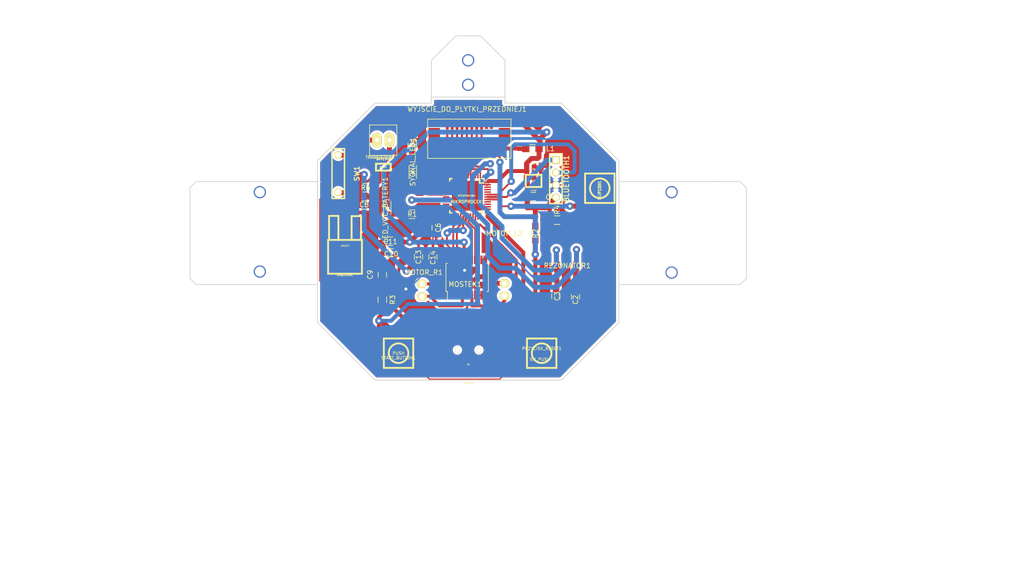
<source format=kicad_pcb>
(kicad_pcb (version 4) (host pcbnew 4.0.0-stable)
  (layers (0 F.Cu signal) (31 B.Cu signal) (34 B.Paste user) (35 F.Paste user) (36 B.SilkS user) (37 F.SilkS user) (38 B.Mask user) (39 F.Mask user) (44 Edge.Cuts user))
  (net 0 "")
  (net 1 "Net-(BATERIA1-Pad2)")
  (net 2 "Net-(BATERIA1-Pad1)")
  (net 3 /USART_RX)
  (net 4 /USART_TX)
  (net 5 GND)
  (net 6 VCC)
  (net 7 "Net-(BUTTON1-Pad2)")
  (net 8 "Net-(C2-Pad1)")
  (net 9 "Net-(C3-Pad1)")
  (net 10 "Net-(C8-Pad1)")
  (net 11 /SWCLK)
  (net 12 /SWDIO)
  (net 13 "Net-(L1-Pad2)")
  (net 14 "Net-(LED_VCC_BATERY1-Pad2)")
  (net 15 /T1)
  (net 16 /T2)
  (net 17 /T3)
  (net 18 /T4)
  (net 19 /T5)
  (net 20 /T6)
  (net 21 /T7)
  (net 22 /T8)
  (net 23 "Net-(MIKROPROCEK1-Pad20)")
  (net 24 /L_PWM)
  (net 25 /L_IN2)
  (net 26 /L_IN1)
  (net 27 /R_PWM)
  (net 28 /R_IN2)
  (net 29 /R_IN1)
  (net 30 "Net-(MIKROPROCEK1-Pad45)")
  (net 31 "Net-(MOSTEK1-Pad1)")
  (net 32 "Net-(MOSTEK1-Pad5)")
  (net 33 "Net-(MOSTEK1-Pad11)")
  (net 34 "Net-(R5-Pad1)")
  (net 35 /RESET)
  (net 36 "Net-(MOSTEK1-Pad7)")
  (net 37 /BATERIA)
  (module warsztatymisc:SW_06_SMD (layer F.Cu) (at 169.35044 86.10116 270)
    (fp_text reference BUTTON1 (at 0.39884 0.05044 270) (layer F.SilkS) (effects (font (size 0.59944 0.59944) (thickness 0.09906))))
    (fp_text value PUSH (at 0 0 270) (layer F.SilkS) (effects (font (size 0.59944 0.59944) (thickness 0.09906))))
    (pad 1 smd rect (at -4.20116 -2.25044 270) (size 2.10058 1.39954) (layers F.Cu F.Paste F.Mask) (net 5 GND))
    (pad 2 smd rect (at -4.20116 2.25044 270) (size 2.10058 1.39954) (layers F.Cu F.Paste F.Mask) (net 7 "Net-(BUTTON1-Pad2)"))
    (pad 2 smd rect (at 4.20116 2.25044 270) (size 2.10058 1.39954) (layers F.Cu F.Paste F.Mask) (net 7 "Net-(BUTTON1-Pad2)"))
    (pad 1 smd rect (at 4.20116 -2.25044 270) (size 2.10058 1.39954) (layers F.Cu F.Paste F.Mask) (net 5 GND))
  )
  (module warsztatymisc:LQFP48 (layer F.Cu) (at 142.24 87.63 180)
    (fp_text reference MIKROPROCEK1 (at -0.14828 -1.22402 180) (layer F.SilkS) (effects (font (size 0.59944 0.59944) (thickness 0.12446))))
    (fp_text value STM32F051C8Tx (at 0 0 180) (layer F.SilkS) (effects (font (size 0.29972 0.29972) (thickness 0.0762))))
    (pad 1 smd rect (at -2.74828 4.22402) (size 0.28956 1.34874) (layers F.Cu F.Paste F.Mask))
    (pad 2 smd rect (at -2.2479 4.22402) (size 0.28956 1.34874) (layers F.Cu F.Paste F.Mask))
    (pad 3 smd rect (at -1.74752 4.22402) (size 0.28956 1.34874) (layers F.Cu F.Paste F.Mask))
    (pad 4 smd rect (at -1.24968 4.22402) (size 0.28956 1.34874) (layers F.Cu F.Paste F.Mask))
    (pad 5 smd rect (at -0.7493 4.22402) (size 0.28956 1.34874) (layers F.Cu F.Paste F.Mask) (net 8 "Net-(C2-Pad1)"))
    (pad 6 smd rect (at -0.24892 4.22402) (size 0.28956 1.34874) (layers F.Cu F.Paste F.Mask) (net 9 "Net-(C3-Pad1)"))
    (pad 7 smd rect (at 0.24892 4.22402) (size 0.28956 1.34874) (layers F.Cu F.Paste F.Mask) (net 35 /RESET))
    (pad 8 smd rect (at 0.7493 4.22402) (size 0.28956 1.34874) (layers F.Cu F.Paste F.Mask) (net 5 GND))
    (pad 9 smd rect (at 1.24968 4.22402) (size 0.28956 1.34874) (layers F.Cu F.Paste F.Mask) (net 13 "Net-(L1-Pad2)"))
    (pad 10 smd rect (at 1.74752 4.22402) (size 0.28956 1.34874) (layers F.Cu F.Paste F.Mask) (net 15 /T1))
    (pad 11 smd rect (at 2.2479 4.22402) (size 0.28956 1.34874) (layers F.Cu F.Paste F.Mask) (net 16 /T2))
    (pad 12 smd rect (at 2.74828 4.22402) (size 0.28956 1.34874) (layers F.Cu F.Paste F.Mask) (net 17 /T3))
    (pad 13 smd rect (at 4.22402 2.74828 90) (size 0.28956 1.34874) (layers F.Cu F.Paste F.Mask) (net 18 /T4))
    (pad 14 smd rect (at 4.22402 2.2479 90) (size 0.28956 1.34874) (layers F.Cu F.Paste F.Mask) (net 19 /T5))
    (pad 15 smd rect (at 4.22402 1.74752 90) (size 0.28956 1.34874) (layers F.Cu F.Paste F.Mask) (net 20 /T6))
    (pad 16 smd rect (at 4.22402 1.24968 90) (size 0.28956 1.34874) (layers F.Cu F.Paste F.Mask) (net 21 /T7))
    (pad 17 smd rect (at 4.22402 0.7493 90) (size 0.28956 1.34874) (layers F.Cu F.Paste F.Mask) (net 22 /T8))
    (pad 18 smd rect (at 4.22402 0.24892 90) (size 0.28956 1.34874) (layers F.Cu F.Paste F.Mask) (net 30 "Net-(MIKROPROCEK1-Pad45)"))
    (pad 19 smd rect (at 4.22402 -0.24892 90) (size 0.28956 1.34874) (layers F.Cu F.Paste F.Mask))
    (pad 20 smd rect (at 4.22402 -0.7493 90) (size 0.28956 1.34874) (layers F.Cu F.Paste F.Mask) (net 23 "Net-(MIKROPROCEK1-Pad20)"))
    (pad 21 smd rect (at 4.22402 -1.24968 90) (size 0.28956 1.34874) (layers F.Cu F.Paste F.Mask))
    (pad 22 smd rect (at 4.22402 -1.74752 90) (size 0.28956 1.34874) (layers F.Cu F.Paste F.Mask))
    (pad 23 smd rect (at 4.22402 -2.2479 90) (size 0.28956 1.34874) (layers F.Cu F.Paste F.Mask) (net 5 GND))
    (pad 24 smd rect (at 4.22402 -2.74828 90) (size 0.28956 1.34874) (layers F.Cu F.Paste F.Mask) (net 6 VCC))
    (pad 25 smd rect (at 2.74828 -4.22402 180) (size 0.28956 1.34874) (layers F.Cu F.Paste F.Mask))
    (pad 26 smd rect (at 2.2479 -4.22402 180) (size 0.28956 1.34874) (layers F.Cu F.Paste F.Mask))
    (pad 27 smd rect (at 1.74752 -4.22402 180) (size 0.28956 1.34874) (layers F.Cu F.Paste F.Mask) (net 26 /L_IN1))
    (pad 28 smd rect (at 1.24968 -4.22402 180) (size 0.28956 1.34874) (layers F.Cu F.Paste F.Mask) (net 25 /L_IN2))
    (pad 29 smd rect (at 0.7493 -4.22402 180) (size 0.28956 1.34874) (layers F.Cu F.Paste F.Mask) (net 24 /L_PWM))
    (pad 30 smd rect (at 0.24892 -4.22402 180) (size 0.28956 1.34874) (layers F.Cu F.Paste F.Mask) (net 28 /R_IN2))
    (pad 31 smd rect (at -0.24892 -4.22402 180) (size 0.28956 1.34874) (layers F.Cu F.Paste F.Mask) (net 29 /R_IN1))
    (pad 32 smd rect (at -0.7493 -4.22402 180) (size 0.28956 1.34874) (layers F.Cu F.Paste F.Mask) (net 27 /R_PWM))
    (pad 33 smd rect (at -1.24968 -4.22402 180) (size 0.28956 1.34874) (layers F.Cu F.Paste F.Mask))
    (pad 34 smd rect (at -1.74752 -4.22402 180) (size 0.28956 1.34874) (layers F.Cu F.Paste F.Mask) (net 12 /SWDIO))
    (pad 35 smd rect (at -2.2479 -4.22402 180) (size 0.28956 1.34874) (layers F.Cu F.Paste F.Mask))
    (pad 36 smd rect (at -2.74828 -4.22402 180) (size 0.28956 1.34874) (layers F.Cu F.Paste F.Mask))
    (pad 37 smd rect (at -4.22402 -2.74828 270) (size 0.28956 1.34874) (layers F.Cu F.Paste F.Mask) (net 11 /SWCLK))
    (pad 38 smd rect (at -4.22402 -2.2479 270) (size 0.28956 1.34874) (layers F.Cu F.Paste F.Mask))
    (pad 39 smd rect (at -4.22402 -1.74752 270) (size 0.28956 1.34874) (layers F.Cu F.Paste F.Mask))
    (pad 40 smd rect (at -4.22402 -1.24968 270) (size 0.28956 1.34874) (layers F.Cu F.Paste F.Mask))
    (pad 41 smd rect (at -4.22402 -0.7493 270) (size 0.28956 1.34874) (layers F.Cu F.Paste F.Mask) (net 7 "Net-(BUTTON1-Pad2)"))
    (pad 42 smd rect (at -4.22402 -0.24892 270) (size 0.28956 1.34874) (layers F.Cu F.Paste F.Mask) (net 3 /USART_RX))
    (pad 43 smd rect (at -4.22402 0.24892 270) (size 0.28956 1.34874) (layers F.Cu F.Paste F.Mask) (net 4 /USART_TX))
    (pad 44 smd rect (at -4.22402 0.7493 270) (size 0.28956 1.34874) (layers F.Cu F.Paste F.Mask))
    (pad 45 smd rect (at -4.22402 1.24968 270) (size 0.28956 1.34874) (layers F.Cu F.Paste F.Mask))
    (pad 46 smd rect (at -4.22402 1.74752 270) (size 0.28956 1.34874) (layers F.Cu F.Paste F.Mask))
    (pad 47 smd rect (at -4.22402 2.2479 270) (size 0.28956 1.34874) (layers F.Cu F.Paste F.Mask) (net 5 GND))
    (pad 48 smd rect (at -4.22402 2.74828 270) (size 0.28956 1.34874) (layers F.Cu F.Paste F.Mask) (net 6 VCC))
  )
  (module warsztaty:TB6612 (layer F.Cu) (at 142.295 104.32 90)
    (fp_text reference MOSTEK1 (at -1.3716 -0.4064 180) (layer F.SilkS))
    (fp_text value TB6612)
    (pad 1 smd rect (at -3.6 -3.575 90) (size 1.75 0.45) (layers F.Cu F.Paste F.Mask) (net 31 "Net-(MOSTEK1-Pad1)"))
    (pad 2 smd rect (at -3.6 -2.925 90) (size 1.75 0.45) (layers F.Cu F.Paste F.Mask) (net 31 "Net-(MOSTEK1-Pad1)"))
    (pad 3 smd rect (at -3.6 -2.275 90) (size 1.75 0.45) (layers F.Cu F.Paste F.Mask) (net 5 GND))
    (pad 4 smd rect (at -3.6 -1.625 90) (size 1.75 0.45) (layers F.Cu F.Paste F.Mask) (net 5 GND))
    (pad 5 smd rect (at -3.6 -0.975 90) (size 1.75 0.45) (layers F.Cu F.Paste F.Mask) (net 32 "Net-(MOSTEK1-Pad5)"))
    (pad 6 smd rect (at -3.6 -0.325 90) (size 1.75 0.45) (layers F.Cu F.Paste F.Mask) (net 32 "Net-(MOSTEK1-Pad5)"))
    (pad 7 smd rect (at -3.6 0.325 90) (size 1.75 0.45) (layers F.Cu F.Paste F.Mask) (net 36 "Net-(MOSTEK1-Pad7)"))
    (pad 8 smd rect (at -3.6 0.975 90) (size 1.75 0.45) (layers F.Cu F.Paste F.Mask) (net 36 "Net-(MOSTEK1-Pad7)"))
    (pad 9 smd rect (at -3.6 1.625 90) (size 1.75 0.45) (layers F.Cu F.Paste F.Mask) (net 5 GND))
    (pad 10 smd rect (at -3.6 2.275 90) (size 1.75 0.45) (layers F.Cu F.Paste F.Mask) (net 5 GND))
    (pad 11 smd rect (at -3.6 2.925 90) (size 1.75 0.45) (layers F.Cu F.Paste F.Mask) (net 33 "Net-(MOSTEK1-Pad11)"))
    (pad 12 smd rect (at -3.6 3.575 90) (size 1.75 0.45) (layers F.Cu F.Paste F.Mask) (net 33 "Net-(MOSTEK1-Pad11)"))
    (pad 13 smd rect (at 3.6 3.575 90) (size 1.75 0.45) (layers F.Cu F.Paste F.Mask) (net 37 /BATERIA))
    (pad 14 smd rect (at 3.6 2.925 90) (size 1.75 0.45) (layers F.Cu F.Paste F.Mask) (net 37 /BATERIA))
    (pad 15 smd rect (at 3.6 2.275 90) (size 1.75 0.45) (layers F.Cu F.Paste F.Mask) (net 27 /R_PWM))
    (pad 16 smd rect (at 3.6 1.625 90) (size 1.75 0.45) (layers F.Cu F.Paste F.Mask) (net 29 /R_IN1))
    (pad 17 smd rect (at 3.6 0.975 90) (size 1.75 0.45) (layers F.Cu F.Paste F.Mask) (net 28 /R_IN2))
    (pad 18 smd rect (at 3.6 0.325 90) (size 1.75 0.45) (layers F.Cu F.Paste F.Mask) (net 5 GND))
    (pad 19 smd rect (at 3.6 -0.325 90) (size 1.75 0.45) (layers F.Cu F.Paste F.Mask) (net 6 VCC))
    (pad 20 smd rect (at 3.6 -0.975 90) (size 1.75 0.45) (layers F.Cu F.Paste F.Mask) (net 6 VCC))
    (pad 21 smd rect (at 3.6 -1.625 90) (size 1.75 0.45) (layers F.Cu F.Paste F.Mask) (net 25 /L_IN2))
    (pad 22 smd rect (at 3.6 -2.275 90) (size 1.75 0.45) (layers F.Cu F.Paste F.Mask) (net 26 /L_IN1))
    (pad 23 smd rect (at 3.6 -2.925 90) (size 1.75 0.45) (layers F.Cu F.Paste F.Mask) (net 24 /L_PWM))
    (pad 24 smd rect (at 3.6 -3.575 90) (size 1.75 0.45) (layers F.Cu F.Paste F.Mask) (net 37 /BATERIA))
  )
  (module Resistors_SMD:R_0805_HandSoldering (layer F.Cu) (at 156.2 95.25 270)
    (fp_text reference R2 (at 0.1 0 270) (layer F.SilkS))
    (fp_text value 10k)
    (pad 1 smd rect (at -1.35 0 270) (size 1.5 1.3) (layers F.Cu F.Paste F.Mask) (net 6 VCC))
    (pad 2 smd rect (at 1.35 0 270) (size 1.5 1.3) (layers F.Cu F.Paste F.Mask) (net 35 /RESET))
  )
  (module warsztatymisc:fpc_10_pin (layer F.Cu) (at 142.24 76)
    (fp_text reference WYJSCIE_DO_PLYTKI_PRZEDNIEJ1 (at 0.0254 -6.0325) (layer F.SilkS))
    (fp_text value PIN10)
    (pad 11 smd rect (at -6.65 -0.8) (size 2.3 2.8) (layers F.Cu F.Paste F.Mask))
    (pad 10 smd rect (at 5 -3) (size 0.6 2) (layers F.Cu F.Paste F.Mask) (net 6 VCC))
    (pad 9 smd rect (at 4 -3) (size 0.6 2) (layers F.Cu F.Paste F.Mask) (net 5 GND))
    (pad 8 smd rect (at 3 -3) (size 0.6 2) (layers F.Cu F.Paste F.Mask) (net 15 /T1))
    (pad 7 smd rect (at 2 -3) (size 0.6 2) (layers F.Cu F.Paste F.Mask) (net 16 /T2))
    (pad 6 smd rect (at 1 -3) (size 0.6 2) (layers F.Cu F.Paste F.Mask) (net 17 /T3))
    (pad 5 smd rect (at 0 -3) (size 0.6 2) (layers F.Cu F.Paste F.Mask) (net 18 /T4))
    (pad 4 smd rect (at -1 -3) (size 0.6 2) (layers F.Cu F.Paste F.Mask) (net 19 /T5))
    (pad 3 smd rect (at -2 -3) (size 0.6 2) (layers F.Cu F.Paste F.Mask) (net 20 /T6))
    (pad 2 smd rect (at -3 -3) (size 0.6 2) (layers F.Cu F.Paste F.Mask) (net 21 /T7))
    (pad 1 smd rect (at -4 -3) (size 0.6 2) (layers F.Cu F.Paste F.Mask) (net 22 /T8))
    (pad 11 smd rect (at 7.65 -0.8) (size 2.3 2.8) (layers F.Cu F.Paste F.Mask))
  )
  (module warsztatymisc:silnik (layer F.Cu) (at 149.9 100.42)
    (fp_text reference MOTOR_L2 (at 0 -5.1) (layer F.SilkS))
    (fp_text value PIN2)
    (pad 1 thru_hole oval (at 0 5.08) (size 2.032 1.7272) (drill 1.016) (layers *.Cu *.Mask F.SilkS) (net 33 "Net-(MOSTEK1-Pad11)"))
    (pad 2 thru_hole oval (at 0 7.62) (size 2.032 1.7272) (drill 1.016) (layers *.Cu *.Mask F.SilkS) (net 36 "Net-(MOSTEK1-Pad7)"))
  )
  (module warsztatymisc:silnik (layer F.Cu) (at 133.1 100.52)
    (fp_text reference MOTOR_R1 (at 0.35 2.74) (layer F.SilkS))
    (fp_text value PIN2)
    (pad 1 thru_hole oval (at 0 5.08) (size 2.032 1.7272) (drill 1.016) (layers *.Cu *.Mask F.SilkS) (net 31 "Net-(MOSTEK1-Pad1)"))
    (pad 2 thru_hole oval (at 0 7.62) (size 2.032 1.7272) (drill 1.016) (layers *.Cu *.Mask F.SilkS) (net 32 "Net-(MOSTEK1-Pad5)"))
  )
  (module warsztatymisc:zl_zasilania (layer F.Cu) (at 127.94 73.2 180)
    (fp_text reference BATERIA1 (at 2.5 -6.91 180) (layer F.SilkS) (effects (font (size 0.5 0.5) (thickness 0.125))))
    (fp_text value LI-POL)
    (pad 2 thru_hole oval (at 4.04 -3.1 180) (size 2 3) (drill 0.8) (layers *.Cu *.Mask F.SilkS) (net 1 "Net-(BATERIA1-Pad2)"))
    (pad 1 thru_hole oval (at 1.5 -3.1 180) (size 2 3) (drill 0.8) (layers *.Cu *.Mask F.SilkS) (net 2 "Net-(BATERIA1-Pad1)"))
  )
  (module warsztatymisc:pin_array_4x1 (layer F.Cu) (at 160.4 84.15 270)
    (fp_text reference BLUETOOTH1 (at 0 -2.146 270) (layer F.SilkS) (effects (font (size 1.016 1.016) (thickness 0.2032))))
    (fp_text value PIN4 hide)
    (pad 1 thru_hole rect (at -3.81 0 270) (size 1.524 1.524) (drill 1.016) (layers *.Cu *.Mask F.SilkS) (net 3 /USART_RX))
    (pad 2 thru_hole circle (at -1.27 0 270) (size 1.524 1.524) (drill 1.016) (layers *.Cu *.Mask F.SilkS) (net 4 /USART_TX))
    (pad 3 thru_hole circle (at 1.27 0 270) (size 1.524 1.524) (drill 1.016) (layers *.Cu *.Mask F.SilkS) (net 5 GND))
    (pad 4 thru_hole circle (at 3.81 0 270) (size 1.524 1.524) (drill 1.016) (layers *.Cu *.Mask F.SilkS) (net 6 VCC))
  )
  (module Capacitors_SMD:C_0805_HandSoldering (layer F.Cu) (at 164.4 108.25 270)
    (fp_text reference C2 (at 0.6 0 270) (layer F.SilkS))
    (fp_text value 22pF)
    (pad 1 smd rect (at -1.25 0 270) (size 1.5 1.25) (layers F.Cu F.Paste F.Mask) (net 9 "Net-(C3-Pad1)"))
    (pad 2 smd rect (at 1.25 0 270) (size 1.5 1.25) (layers F.Cu F.Paste F.Mask) (net 5 GND))
  )
  (module Capacitors_SMD:C_0805_HandSoldering (layer F.Cu) (at 160.4 108.15 270)
    (fp_text reference C3 (at -0.044 -0.258 270) (layer F.SilkS))
    (fp_text value 22pF)
    (pad 1 smd rect (at -1.25 0 270) (size 1.5 1.25) (layers F.Cu F.Paste F.Mask) (net 8 "Net-(C2-Pad1)"))
    (pad 2 smd rect (at 1.25 0 270) (size 1.5 1.25) (layers F.Cu F.Paste F.Mask) (net 5 GND))
  )
  (module Capacitors_SMD:C_0805_HandSoldering (layer F.Cu) (at 155.82 87.8)
    (fp_text reference C4 (at 3.43 0.13) (layer F.SilkS))
    (fp_text value 10nF)
    (pad 1 smd rect (at -1.25 0) (size 1.5 1.25) (layers F.Cu F.Paste F.Mask) (net 6 VCC))
    (pad 2 smd rect (at 1.25 0) (size 1.5 1.25) (layers F.Cu F.Paste F.Mask) (net 5 GND))
  )
  (module Capacitors_SMD:C_0805_HandSoldering (layer F.Cu) (at 135.98 94.15 270)
    (fp_text reference C6 (at 0 -0.4191 270) (layer F.SilkS))
    (fp_text value 100nF)
    (pad 1 smd rect (at -1.25 0 270) (size 1.5 1.25) (layers F.Cu F.Paste F.Mask) (net 6 VCC))
    (pad 2 smd rect (at 1.25 0 270) (size 1.5 1.25) (layers F.Cu F.Paste F.Mask) (net 5 GND))
  )
  (module Capacitors_SMD:C_0805_HandSoldering (layer F.Cu) (at 121.285 89.535)
    (fp_text reference C8 (at 0 -0.0762) (layer F.SilkS))
    (fp_text value 10uF)
    (pad 1 smd rect (at -1.25 0) (size 1.5 1.25) (layers F.Cu F.Paste F.Mask) (net 37 /BATERIA))
    (pad 2 smd rect (at 1.25 0) (size 1.5 1.25) (layers F.Cu F.Paste F.Mask) (net 5 GND))
  )
  (module Capacitors_SMD:C_0805_HandSoldering (layer F.Cu) (at 125 103.75 270)
    (fp_text reference C9 (at -0.0254 2.5 270) (layer F.SilkS))
    (fp_text value 10uF)
    (pad 1 smd rect (at -1.25 0 270) (size 1.5 1.25) (layers F.Cu F.Paste F.Mask) (net 6 VCC))
    (pad 2 smd rect (at 1.25 0 270) (size 1.5 1.25) (layers F.Cu F.Paste F.Mask) (net 5 GND))
  )
  (module Capacitors_SMD:C_0805_HandSoldering (layer F.Cu) (at 126.75 99.25 180)
    (fp_text reference C10 (at -0.05 -0.25 180) (layer F.SilkS))
    (fp_text value 1uF)
    (pad 1 smd rect (at -1.25 0 180) (size 1.5 1.25) (layers F.Cu F.Paste F.Mask) (net 6 VCC))
    (pad 2 smd rect (at 1.25 0 180) (size 1.5 1.25) (layers F.Cu F.Paste F.Mask) (net 5 GND))
  )
  (module Capacitors_SMD:C_0805_HandSoldering (layer F.Cu) (at 126.65 96.9)
    (fp_text reference C11 (at -0.02 0.0762) (layer F.SilkS))
    (fp_text value 10uF)
    (pad 1 smd rect (at -1.25 0) (size 1.5 1.25) (layers F.Cu F.Paste F.Mask) (net 5 GND))
    (pad 2 smd rect (at 1.25 0) (size 1.5 1.25) (layers F.Cu F.Paste F.Mask) (net 6 VCC))
  )
  (module Capacitors_SMD:C_0805_HandSoldering (layer F.Cu) (at 132.37 100.12 270)
    (fp_text reference C13 (at 0.0308 0 270) (layer F.SilkS))
    (fp_text value 0.1uF)
    (pad 1 smd rect (at -1.25 0 270) (size 1.5 1.25) (layers F.Cu F.Paste F.Mask) (net 5 GND))
    (pad 2 smd rect (at 1.25 0 270) (size 1.5 1.25) (layers F.Cu F.Paste F.Mask) (net 37 /BATERIA))
  )
  (module Capacitors_SMD:C_0805_HandSoldering (layer F.Cu) (at 135.32 100.12 90)
    (fp_text reference C14 (at -0.1324 0 90) (layer F.SilkS))
    (fp_text value 10uF)
    (pad 1 smd rect (at -1.25 0 90) (size 1.5 1.25) (layers F.Cu F.Paste F.Mask) (net 37 /BATERIA))
    (pad 2 smd rect (at 1.25 0 90) (size 1.5 1.25) (layers F.Cu F.Paste F.Mask) (net 5 GND))
  )
  (module Resistors_SMD:R_0805_HandSoldering (layer F.Cu) (at 155.61 78.09 180)
    (fp_text reference L1 (at -3.66 0.064 180) (layer F.SilkS))
    (fp_text value 10uH)
    (pad 1 smd rect (at -1.35 0 180) (size 1.5 1.3) (layers F.Cu F.Paste F.Mask) (net 6 VCC))
    (pad 2 smd rect (at 1.35 0 180) (size 1.5 1.3) (layers F.Cu F.Paste F.Mask) (net 13 "Net-(L1-Pad2)"))
  )
  (module LEDs:LED_0805 (layer F.Cu) (at 126 90.35098 270)
    (fp_text reference LED_VCC_BATERY1 (at 0.15098 0.4 270) (layer F.SilkS))
    (fp_text value LED_GREEN)
    (pad 2 smd rect (at 1.04902 0 90) (size 1.19888 1.19888) (layers F.Cu F.Paste F.Mask) (net 14 "Net-(LED_VCC_BATERY1-Pad2)"))
    (pad 1 smd rect (at -1.04902 0 90) (size 1.19888 1.19888) (layers F.Cu F.Paste F.Mask) (net 5 GND))
  )
  (module warsztatymisc:USB-MINI-B-SMD (layer F.Cu) (at 142.5 124.35114 180)
    (fp_text reference P1 (at -0.0891 2.275 180) (layer F.SilkS) (effects (font (size 0.29972 0.29972) (thickness 0.0762))))
    (fp_text value USB_OTG (at -0.0891 -1.45886 180) (layer F.SilkS) (effects (font (size 0.29972 0.29972) (thickness 0.0762))))
    (pad "" smd rect (at 4.45008 2.25044 180) (size 1.99898 2.49936) (layers F.Cu F.Paste F.Mask) (clearance 0.14986))
    (pad "" smd rect (at 4.45008 7.74954 180) (size 1.99898 2.49936) (layers F.Cu F.Paste F.Mask))
    (pad 6 smd rect (at -4.45008 7.74954 180) (size 1.99898 2.49936) (layers F.Cu F.Paste F.Mask) (net 5 GND))
    (pad "" smd rect (at -4.45008 2.25044 180) (size 1.99898 2.49936) (layers F.Cu F.Paste F.Mask))
    (pad "" thru_hole circle (at 2.19964 5.25018 180) (size 0.90932 0.90932) (drill 0.89916) (layers *.Cu *.Mask F.SilkS) (clearance 0.14986))
    (pad "" thru_hole circle (at -2.19964 5.25018 180) (size 0.90932 0.90932) (drill 0.89916) (layers *.Cu *.Mask F.SilkS) (clearance 0.14986))
    (pad 5 smd rect (at -1.6002 7.85114 180) (size 0.50038 2.30124) (layers F.Cu F.Paste F.Mask) (net 5 GND) (clearance 0.14986))
    (pad 4 smd rect (at -0.8001 7.85114 180) (size 0.50038 2.30124) (layers F.Cu F.Paste F.Mask) (net 35 /RESET) (clearance 0.14986))
    (pad 3 smd rect (at 0 7.85114 180) (size 0.50038 2.30124) (layers F.Cu F.Paste F.Mask) (net 11 /SWCLK) (clearance 0.14986))
    (pad 2 smd rect (at 0.8001 7.85114 180) (size 0.50038 2.30124) (layers F.Cu F.Paste F.Mask) (net 12 /SWDIO) (clearance 0.14986))
    (pad 1 smd rect (at 1.6002 7.85114 180) (size 0.50038 2.30124) (layers F.Cu F.Paste F.Mask) (net 6 VCC) (clearance 0.14986))
  )
  (module warsztatymisc:SW_06_SMD (layer F.Cu) (at 157.5 119.75)
    (fp_text reference PRZYCISK_RESET1 (at 0.0254 -0.94996) (layer F.SilkS) (effects (font (size 0.59944 0.59944) (thickness 0.09906))))
    (fp_text value SW_PUSH (at -0.37084 1.25) (layer F.SilkS) (effects (font (size 0.59944 0.59944) (thickness 0.09906))))
    (pad 1 smd rect (at -4.20116 -2.25044) (size 2.10058 1.39954) (layers F.Cu F.Paste F.Mask) (net 35 /RESET))
    (pad 2 smd rect (at -4.20116 2.25044) (size 2.10058 1.39954) (layers F.Cu F.Paste F.Mask) (net 5 GND))
    (pad 2 smd rect (at 4.20116 2.25044) (size 2.10058 1.39954) (layers F.Cu F.Paste F.Mask) (net 5 GND))
    (pad 1 smd rect (at 4.20116 -2.25044) (size 2.10058 1.39954) (layers F.Cu F.Paste F.Mask) (net 35 /RESET))
  )
  (module Resistors_SMD:R_0805_HandSoldering (layer F.Cu) (at 131.05 91.4)
    (fp_text reference R1 (at 0.05 0) (layer F.SilkS))
    (fp_text value 200)
    (pad 1 smd rect (at -1.35 0) (size 1.5 1.3) (layers F.Cu F.Paste F.Mask) (net 14 "Net-(LED_VCC_BATERY1-Pad2)"))
    (pad 2 smd rect (at 1.35 0) (size 1.5 1.3) (layers F.Cu F.Paste F.Mask) (net 6 VCC))
  )
  (module Resistors_SMD:R_0805_HandSoldering (layer F.Cu) (at 125 108.85 270)
    (fp_text reference R3 (at 0 -2.1 270) (layer F.SilkS))
    (fp_text value 10k)
    (pad 1 smd rect (at -1.35 0 270) (size 1.5 1.3) (layers F.Cu F.Paste F.Mask) (net 6 VCC))
    (pad 2 smd rect (at 1.35 0 270) (size 1.5 1.3) (layers F.Cu F.Paste F.Mask) (net 23 "Net-(MIKROPROCEK1-Pad20)"))
  )
  (module Resistors_SMD:R_0805_HandSoldering (layer F.Cu) (at 160.65 92.6)
    (fp_text reference R4 (at 0 -2.1 90) (layer F.SilkS))
    (fp_text value 10k)
    (pad 1 smd rect (at -1.35 0) (size 1.5 1.3) (layers F.Cu F.Paste F.Mask) (net 6 VCC))
    (pad 2 smd rect (at 1.35 0) (size 1.5 1.3) (layers F.Cu F.Paste F.Mask) (net 7 "Net-(BUTTON1-Pad2)"))
  )
  (module Resistors_SMD:R_0805_HandSoldering (layer F.Cu) (at 131.1 77.45 90)
    (fp_text reference R5 (at 0.55 0.4 90) (layer F.SilkS))
    (fp_text value 200)
    (pad 1 smd rect (at -1.35 0 90) (size 1.5 1.3) (layers F.Cu F.Paste F.Mask) (net 34 "Net-(R5-Pad1)"))
    (pad 2 smd rect (at 1.35 0 90) (size 1.5 1.3) (layers F.Cu F.Paste F.Mask) (net 5 GND))
  )
  (module Resistors_SMD:R_0805_HandSoldering (layer F.Cu) (at 121.65 86 180)
    (fp_text reference R6 (at 0.08 0 180) (layer F.SilkS))
    (fp_text value 1k)
    (pad 1 smd rect (at -1.35 0 180) (size 1.5 1.3) (layers F.Cu F.Paste F.Mask) (net 10 "Net-(C8-Pad1)"))
    (pad 2 smd rect (at 1.35 0 180) (size 1.5 1.3) (layers F.Cu F.Paste F.Mask) (net 37 /BATERIA))
  )
  (module warsztaty:LM1117_TO-252 (layer F.Cu) (at 117.38 93.44028 180)
    (fp_text reference STABILIZATOR1 (at 0 -10.414 180) (layer F.SilkS) (effects (font (size 0.29972 0.29972) (thickness 0.0762))))
    (fp_text value LM1117 (at 0 -4.39928 180) (layer F.SilkS) (effects (font (size 0.29972 0.29972) (thickness 0.0762))))
    (pad 3 smd rect (at -2.30124 0 180) (size 1.651 3.048) (layers F.Cu F.Paste F.Mask) (net 5 GND))
    (pad 2 smd rect (at 0 -6.64972 180) (size 6.70052 6.70052) (layers F.Cu F.Paste F.Mask) (net 6 VCC))
    (pad 1 smd rect (at 2.30124 0 180) (size 1.651 3.048) (layers F.Cu F.Paste F.Mask) (net 37 /BATERIA))
  )
  (module warsztatymisc:SW_06_SMD (layer F.Cu) (at 128.29884 119.75044 180)
    (fp_text reference START_BUTTON1 (at 0.0254 -0.94996 180) (layer F.SilkS) (effects (font (size 0.59944 0.59944) (thickness 0.09906))))
    (fp_text value PUSH (at 0 0 180) (layer F.SilkS) (effects (font (size 0.59944 0.59944) (thickness 0.09906))))
    (pad 1 smd rect (at -4.20116 -2.25044 180) (size 2.10058 1.39954) (layers F.Cu F.Paste F.Mask) (net 5 GND))
    (pad 2 smd rect (at -4.20116 2.25044 180) (size 2.10058 1.39954) (layers F.Cu F.Paste F.Mask) (net 23 "Net-(MIKROPROCEK1-Pad20)"))
    (pad 2 smd rect (at 4.20116 2.25044 180) (size 2.10058 1.39954) (layers F.Cu F.Paste F.Mask) (net 23 "Net-(MIKROPROCEK1-Pad20)"))
    (pad 1 smd rect (at 4.20116 -2.25044 180) (size 2.10058 1.39954) (layers F.Cu F.Paste F.Mask) (net 5 GND))
  )
  (module warsztatymisc:SOT23-3 (layer F.Cu) (at 125.2 81.80076 180)
    (fp_text reference TRANSISTOR1 (at 0.70104 1.99898 180) (layer F.SilkS) (effects (font (size 0.59944 0.59944) (thickness 0.12446))))
    (fp_text value BUZ11 (at 0 0 180) (layer F.SilkS) (effects (font (size 0.29972 0.29972) (thickness 0.07112))))
    (pad 1 smd rect (at 0.889 -1.016 180) (size 0.9144 0.9144) (layers F.Cu F.Paste F.Mask) (net 10 "Net-(C8-Pad1)"))
    (pad 2 smd rect (at -0.889 -1.016 180) (size 0.9144 0.9144) (layers F.Cu F.Paste F.Mask) (net 5 GND))
    (pad 3 smd rect (at 0 1.00076 180) (size 0.9144 0.9144) (layers F.Cu F.Paste F.Mask) (net 2 "Net-(BATERIA1-Pad1)"))
  )
  (module warsztatymisc:Kwarc_SMD_Mini (layer F.Cu) (at 162.55 102.1 180)
    (fp_text reference REZONATOR1 (at -0.17 0.21 180) (layer F.SilkS))
    (fp_text value HC49-S)
    (pad 1 smd rect (at 1.95 0 180) (size 1.3 2) (layers F.Cu F.Paste F.Mask) (net 8 "Net-(C2-Pad1)"))
    (pad 2 smd rect (at -1.95 0 180) (size 1.3 2) (layers F.Cu F.Paste F.Mask) (net 9 "Net-(C3-Pad1)"))
  )
  (module LEDs:LED_0805 (layer F.Cu) (at 131.2 83.04902 270)
    (fp_text reference SYGNAL_LED1 (at -2.34098 0.01 270) (layer F.SilkS))
    (fp_text value LED_BLUE)
    (pad 2 smd rect (at 1.04902 0 90) (size 1.19888 1.19888) (layers F.Cu F.Paste F.Mask) (net 30 "Net-(MIKROPROCEK1-Pad45)"))
    (pad 1 smd rect (at -1.04902 0 90) (size 1.19888 1.19888) (layers F.Cu F.Paste F.Mask) (net 34 "Net-(R5-Pad1)"))
  )
  (module warsztatymisc:dip_switch_1 (layer F.Cu) (at 116 83.1 270)
    (fp_text reference SW1 (at 0 -3.81 270) (layer F.SilkS) (effects (font (size 1.016 1.016) (thickness 0.2032))))
    (fp_text value SPST hide)
    (pad 1 thru_hole circle (at -3.81 0 270) (size 1.524 1.524) (drill 1.016) (layers *.Cu *.Mask F.SilkS) (net 1 "Net-(BATERIA1-Pad2)"))
    (pad 2 thru_hole circle (at 3.81 0 270) (size 1.524 1.524) (drill 1.016) (layers *.Cu *.Mask F.SilkS) (net 37 /BATERIA))
  )
  (module warsztatymisc:1206 (layer F.Cu) (at 155.89886 81.7)
    (fp_text reference C5 (at 0 0.5375) (layer F.SilkS) (effects (font (size 0.3 0.3) (thickness 0.075))))
    (fp_text value 1uF (at 0 -0.65) (layer F.SilkS) (effects (font (size 0.3 0.3) (thickness 0.075))))
    (pad 1 smd rect (at -1.50114 0) (size 1.00076 1.6002) (layers F.Cu F.Paste F.Mask) (net 6 VCC))
    (pad 2 smd rect (at 1.50114 0) (size 1.00076 1.6002) (layers F.Cu F.Paste F.Mask) (net 5 GND))
  )
  (module warsztatymisc:1210 (layer F.Cu) (at 155.8506 84.6)
    (fp_text reference C7 (at 0 0) (layer F.SilkS) (effects (font (size 0.29972 0.29972) (thickness 0.0762))))
    (fp_text value 4,7uF (at 0 1.95072) (layer F.SilkS) (effects (font (size 0.29972 0.29972) (thickness 0.0762))))
    (pad 1 smd rect (at -1.5494 0) (size 0.89916 2.49936) (layers F.Cu F.Paste F.Mask) (net 6 VCC) (clearance 0.14986))
    (pad 2 smd rect (at 1.5494 0) (size 0.89916 2.49936) (layers F.Cu F.Paste F.Mask) (net 5 GND) (clearance 0.14986))
  )
  (gr_line (start 135 60) (end 135 68.8) (layer Edge.Cuts) (width 0.15))
  (gr_line (start 140 55) (end 135 60) (layer Edge.Cuts) (width 0.15))
  (gr_line (start 145 55) (end 140 55) (layer Edge.Cuts) (width 0.15))
  (gr_line (start 150 60) (end 145 55) (layer Edge.Cuts) (width 0.15))
  (gr_line (start 150 68.8) (end 150 60) (layer Edge.Cuts) (width 0.15))
  (gr_line (start 134.96 67.5) (end 149.98 67.51) (layer Edge.Cuts) (width 0.15))
  (gr_line (start 198 84.75) (end 195.25 84.75) (layer Edge.Cuts) (width 0.15))
  (gr_line (start 198 105.75) (end 195.25 105.75) (layer Edge.Cuts) (width 0.15))
  (gr_line (start 89.75 105.75) (end 87 105.75) (layer Edge.Cuts) (width 0.15))
  (gr_line (start 89.75 84.75) (end 87 84.75) (layer Edge.Cuts) (width 0.15))
  (gr_line (start 173.25 84.75) (end 173.25 113.5) (layer Edge.Cuts) (width 0.15))
  (gr_line (start 111.75 84.5) (end 111.75 113.5) (layer Edge.Cuts) (width 0.15))
  (gr_line (start 111.8 84.7) (end 111.8 84.8) (layer Edge.Cuts) (width 0.15))
  (gr_text BEBO (at 118.5 111.5 270) (layer F.Cu) (effects (font (size 3 3) (thickness 0.6) italic)))
  (gr_line (start 173.25 80.5) (end 173.25 89.75) (layer Edge.Cuts) (width 0.15))
  (gr_line (start 161.5 68.75) (end 173.25 80.5) (layer Edge.Cuts) (width 0.15))
  (gr_line (start 149.99 68.73) (end 161.5 68.75) (layer Edge.Cuts) (width 0.15))
  (gr_line (start 111.75 80.5) (end 111.75 89.75) (layer Edge.Cuts) (width 0.15))
  (gr_line (start 123.5 68.75) (end 111.75 80.5) (layer Edge.Cuts) (width 0.15))
  (gr_line (start 134.98 68.76) (end 123.5 68.75) (layer Edge.Cuts) (width 0.15))
  (gr_line (start 161.5 125.25) (end 173.25 113.5) (layer Edge.Cuts) (width 0.15))
  (gr_line (start 161.5 125.25) (end 142.5 125.25) (layer Edge.Cuts) (width 0.15))
  (gr_line (start 123.5 125.25) (end 111.75 113.5) (layer Edge.Cuts) (width 0.15))
  (gr_line (start 198 84.75) (end 199 85.75) (layer Edge.Cuts) (width 0.15))
  (gr_line (start 194 84.75) (end 192.75 84.75) (layer Edge.Cuts) (width 0.15))
  (gr_line (start 199 85.75) (end 199.25 86) (layer Edge.Cuts) (width 0.15))
  (gr_line (start 195.25 84.75) (end 173.25 84.75) (layer Edge.Cuts) (width 0.15))
  (gr_line (start 199.25 104.5) (end 199.25 86) (layer Edge.Cuts) (width 0.15))
  (gr_line (start 198 105.75) (end 199.25 104.5) (layer Edge.Cuts) (width 0.15))
  (gr_line (start 195.25 105.75) (end 173.25 105.75) (layer Edge.Cuts) (width 0.15))
  (gr_line (start 89.75 105.75) (end 111.75 105.75) (layer Edge.Cuts) (width 0.15))
  (gr_line (start 89.75 84.75) (end 111.75 84.75) (layer Edge.Cuts) (width 0.15))
  (gr_line (start 87 105.75) (end 85.75 104.5) (layer Edge.Cuts) (width 0.15))
  (gr_line (start 87 84.75) (end 85.75 86) (layer Edge.Cuts) (width 0.15))
  (gr_line (start 85.75 86) (end 85.75 104.5) (layer Edge.Cuts) (width 0.15))
  (gr_line (start 142.5 125.25) (end 123.5 125.25) (layer Edge.Cuts) (width 0.15))
  (via (at 100 86.9) (size 2.5) (drill 2) (layers F.Cu B.Cu) (net 0))
  (segment (start 101 103) (end 101 103.1) (width 0.25) (layer F.Cu) (net 0))
  (via (at 100 103.1) (size 2.5) (drill 2) (layers F.Cu B.Cu) (net 0))
  (via (at 184 103.3) (size 2.5) (drill 2) (layers F.Cu B.Cu) (net 0))
  (via (at 184 86.9) (size 2.5) (drill 2) (layers F.Cu B.Cu) (net 0))
  (via (at 142.5 60) (size 2.5) (drill 2) (layers F.Cu B.Cu) (net 0))
  (via (at 142.5 65) (size 2.5) (drill 2) (layers F.Cu B.Cu) (net 0))
  (segment (start 164.7 87.5) (end 164.8 87.5) (width 0.01) (layer F.Cu) (net 0))
  (segment (start 164.8 87.5) (end 164.85499 87.55499) (width 0.01) (layer F.Cu) (net 0))
  (segment (start 123.9 76.3) (end 120.5 76.3) (width 1) (layer F.Cu) (net 1))
  (segment (start 120.5 76.3) (end 117.41 79.39) (width 1) (layer F.Cu) (net 1))
  (segment (start 117.41 79.39) (end 115.8 79.39) (width 1) (layer F.Cu) (net 1))
  (segment (start 120.6 76.2) (end 117.41 79.39) (width 1) (layer F.Cu) (net 1))
  (segment (start 125.2 80.8) (end 126.44 79.56) (width 1) (layer F.Cu) (net 2))
  (segment (start 126.44 79.56) (end 126.44 76.3) (width 1) (layer F.Cu) (net 2))
  (via (at 151.19 87.04) (size 1.5) (drill 0.6) (layers F.Cu B.Cu) (net 3))
  (segment (start 146.46402 87.87892) (end 150.35108 87.87892) (width 0.4) (layer F.Cu) (net 3))
  (segment (start 150.35108 87.87892) (end 151.19 87.04) (width 0.4) (layer F.Cu) (net 3))
  (segment (start 151.19 87.04) (end 151.938 87.04) (width 1) (layer B.Cu) (net 3))
  (segment (start 151.938 87.04) (end 158.638 80.34) (width 1) (layer B.Cu) (net 3))
  (segment (start 158.638 80.34) (end 160.4 80.34) (width 1) (layer B.Cu) (net 3))
  (via (at 151.28 84.7) (size 1.5) (drill 0.6) (layers F.Cu B.Cu) (net 4))
  (segment (start 147.19891 87.39891) (end 148.58109 87.39891) (width 0.36) (layer F.Cu) (net 4))
  (segment (start 148.58109 87.39891) (end 151.28 84.7) (width 0.36) (layer F.Cu) (net 4))
  (segment (start 146.46402 87.38108) (end 147.18108 87.38108) (width 0.36) (layer F.Cu) (net 4))
  (segment (start 147.18108 87.38108) (end 147.19891 87.39891) (width 0.36) (layer F.Cu) (net 4))
  (segment (start 151.28 77.91) (end 151.28 84.7) (width 0.8) (layer B.Cu) (net 4))
  (segment (start 152.05 77.14) (end 151.28 77.91) (width 0.8) (layer B.Cu) (net 4))
  (segment (start 162.93 77.14) (end 152.05 77.14) (width 0.8) (layer B.Cu) (net 4))
  (segment (start 164.22 78.43) (end 162.93 77.14) (width 0.8) (layer B.Cu) (net 4))
  (segment (start 164.22 82.62) (end 164.22 78.43) (width 0.8) (layer B.Cu) (net 4))
  (segment (start 163.96 82.88) (end 164.22 82.62) (width 0.8) (layer B.Cu) (net 4))
  (segment (start 160.4 82.88) (end 163.96 82.88) (width 0.8) (layer B.Cu) (net 4))
  (segment (start 161.47763 82.88) (end 160.4 82.88) (width 0.8) (layer B.Cu) (net 4))
  (segment (start 161.47763 82.88) (end 161.48763 82.89) (width 0.8) (layer B.Cu) (net 4))
  (via (at 141.775 102.84) (size 1.5) (drill 0.6) (layers F.Cu B.Cu) (net 5))
  (segment (start 129.8 106.65) (end 129.8 107.205245) (width 0.1) (layer B.Cu) (net 5))
  (segment (start 129.8 106.46066) (end 129.8 106.65) (width 0.1) (layer B.Cu) (net 5))
  (via (at 129.8 106.65) (size 1.5) (drill 0.6) (layers F.Cu B.Cu) (net 5))
  (segment (start 169.02 96.73) (end 169.02 105.15) (width 0.25) (layer B.Cu) (net 5))
  (segment (start 165.025 92.735) (end 169.02 96.73) (width 0.25) (layer B.Cu) (net 5))
  (segment (start 165.025 87.6) (end 165.025 92.735) (width 0.25) (layer B.Cu) (net 5))
  (segment (start 157.4 81.7) (end 157.4 82.36) (width 0.254) (layer F.Cu) (net 5))
  (segment (start 157.4 82.36) (end 157.07 82.69) (width 0.254) (layer F.Cu) (net 5))
  (segment (start 136.4 89.8779) (end 136.2 89.8779) (width 0.1) (layer F.Cu) (net 5))
  (segment (start 136.6279 89.8779) (end 136.4 89.8779) (width 0.1) (layer F.Cu) (net 5))
  (segment (start 136.4 89.8779) (end 135.2 89.8779) (width 0.254) (layer F.Cu) (net 5))
  (segment (start 136.2 89.8779) (end 135.2 89.8779) (width 0.1) (layer F.Cu) (net 5))
  (segment (start 135.2 89.8779) (end 129.2779 89.8779) (width 0.1) (layer F.Cu) (net 5))
  (segment (start 136.9 89.8) (end 136.7 89.6) (width 0.254) (layer F.Cu) (net 5))
  (segment (start 136.9 89.8779) (end 136.9 89.8) (width 0.254) (layer F.Cu) (net 5))
  (segment (start 136.9 89.8779) (end 136.7779 89.8779) (width 0.254) (layer F.Cu) (net 5))
  (segment (start 136.7779 89.8779) (end 136.6 89.7) (width 0.254) (layer F.Cu) (net 5))
  (segment (start 136.9 89.8779) (end 136.2 89.8779) (width 0.254) (layer F.Cu) (net 5))
  (segment (start 138.01598 89.8779) (end 136.9 89.8779) (width 0.254) (layer F.Cu) (net 5))
  (segment (start 136.6 89.7) (end 135.3 89.7) (width 0.36) (layer F.Cu) (net 5))
  (segment (start 129.2779 89.8779) (end 128.70196 89.30196) (width 0.1) (layer F.Cu) (net 5))
  (segment (start 128.70196 89.30196) (end 126 89.30196) (width 0.1) (layer F.Cu) (net 5))
  (segment (start 169.13545 79.8) (end 166.9 79.8) (width 0.254) (layer F.Cu) (net 5))
  (segment (start 166.9 79.8) (end 165 79.8) (width 0.254) (layer F.Cu) (net 5))
  (segment (start 166.9 76.9) (end 166.9 79.8) (width 0.1) (layer F.Cu) (net 5))
  (segment (start 160.7 70.7) (end 166.9 76.9) (width 0.1) (layer F.Cu) (net 5))
  (segment (start 146.275 70.7) (end 160.7 70.7) (width 0.1) (layer F.Cu) (net 5))
  (segment (start 127.830245 109.175) (end 129.8 107.205245) (width 0.254) (layer B.Cu) (net 5))
  (segment (start 129.8 107.205245) (end 134.165245 102.84) (width 0.254) (layer B.Cu) (net 5))
  (segment (start 129.8 105.4) (end 129.8 106.46066) (width 0.1) (layer B.Cu) (net 5))
  (segment (start 129.8 104.81) (end 128.79 104.81) (width 0.254) (layer F.Cu) (net 5))
  (segment (start 130.77 104.81) (end 129.8 104.81) (width 0.254) (layer F.Cu) (net 5))
  (segment (start 129.8 104.81) (end 129.8 105.4) (width 0.1) (layer F.Cu) (net 5))
  (segment (start 120.05 73.3) (end 129.1 73.3) (width 0.254) (layer F.Cu) (net 5))
  (segment (start 129.1 81) (end 129.1 73.3) (width 0.1) (layer F.Cu) (net 5))
  (segment (start 129.1 73.3) (end 131.1 73.3) (width 0.254) (layer F.Cu) (net 5))
  (segment (start 127.3 82.8) (end 129.1 81) (width 0.1) (layer F.Cu) (net 5))
  (segment (start 126.66296 82.8) (end 127.3 82.8) (width 0.1) (layer F.Cu) (net 5))
  (segment (start 126.089 82.81676) (end 126.6462 82.81676) (width 0.1) (layer F.Cu) (net 5))
  (segment (start 126.6462 82.81676) (end 126.66296 82.8) (width 0.1) (layer F.Cu) (net 5))
  (segment (start 126 89.30196) (end 126 82.90576) (width 0.1) (layer F.Cu) (net 5))
  (segment (start 126 82.90576) (end 126.089 82.81676) (width 0.1) (layer F.Cu) (net 5))
  (segment (start 126 89.30196) (end 122.76804 89.30196) (width 0.1) (layer F.Cu) (net 5))
  (segment (start 122.76804 89.30196) (end 122.535 89.535) (width 0.1) (layer F.Cu) (net 5))
  (segment (start 131.1 73.3) (end 132.4 73.3) (width 0.254) (layer F.Cu) (net 5))
  (segment (start 131.1 73.3) (end 131.1 76.1) (width 0.1) (layer F.Cu) (net 5))
  (segment (start 118.3 74.8) (end 113.325 79.775) (width 0.1) (layer F.Cu) (net 5))
  (segment (start 113.325 79.775) (end 113.325 85.375) (width 0.1) (layer F.Cu) (net 5))
  (segment (start 118.575 74.8) (end 118.3 74.8) (width 0.1) (layer F.Cu) (net 5))
  (segment (start 161.70116 122.00044) (end 162.05168 122.00044) (width 0.1) (layer F.Cu) (net 5))
  (segment (start 162.05168 122.00044) (end 164.4 119.65212) (width 0.1) (layer F.Cu) (net 5))
  (segment (start 164.4 119.65212) (end 164.4 110.35) (width 0.1) (layer F.Cu) (net 5))
  (segment (start 164.4 110.35) (end 164.4 109.5) (width 0.1) (layer F.Cu) (net 5))
  (segment (start 126.089 82.81676) (end 126.089 83.28396) (width 0.01) (layer F.Cu) (net 5))
  (segment (start 146.875 114.4) (end 146.875 115.081521) (width 0.254) (layer B.Cu) (net 5))
  (segment (start 164.4 119.9) (end 152.375 119.9) (width 0.01) (layer B.Cu) (net 5))
  (segment (start 152.375 119.9) (end 146.875 114.4) (width 0.01) (layer B.Cu) (net 5))
  (segment (start 169 115.3) (end 164.4 119.9) (width 0.01) (layer B.Cu) (net 5))
  (segment (start 169 105.12277) (end 169 115.3) (width 0.01) (layer B.Cu) (net 5))
  (segment (start 165.025 87.6) (end 165.025 87.8) (width 0.254) (layer B.Cu) (net 5))
  (segment (start 134.6 125.05465) (end 148.94034 125.05465) (width 0.254) (layer F.Cu) (net 5))
  (segment (start 148.94034 125.05465) (end 151.99455 122.00044) (width 0.254) (layer F.Cu) (net 5))
  (segment (start 151.99455 122.00044) (end 153.29884 122.00044) (width 0.254) (layer F.Cu) (net 5))
  (segment (start 132.5 122.00088) (end 132.5 122.95465) (width 0.254) (layer F.Cu) (net 5))
  (segment (start 132.5 122.95465) (end 134.6 125.05465) (width 0.254) (layer F.Cu) (net 5))
  (segment (start 132.5 122.00088) (end 124.09768 122.00088) (width 0.254) (layer F.Cu) (net 5))
  (segment (start 151.00044 122.00044) (end 151.95 122.00044) (width 0.254) (layer F.Cu) (net 5))
  (segment (start 151.95 122.00044) (end 153.29884 122.00044) (width 0.254) (layer F.Cu) (net 5))
  (segment (start 161.70116 122.00044) (end 151.95 122.00044) (width 0.254) (layer F.Cu) (net 5))
  (segment (start 150.85 121.85) (end 151.00044 122.00044) (width 0.254) (layer F.Cu) (net 5))
  (segment (start 150.85 119.24803) (end 150.85 121.85) (width 0.254) (layer F.Cu) (net 5))
  (segment (start 146.95008 116.6016) (end 148.20357 116.6016) (width 0.254) (layer F.Cu) (net 5))
  (segment (start 148.20357 116.6016) (end 150.85 119.24803) (width 0.254) (layer F.Cu) (net 5))
  (segment (start 144.1002 116.5) (end 146.84848 116.5) (width 0.6) (layer F.Cu) (net 5))
  (segment (start 146.84848 116.5) (end 146.95008 116.6016) (width 0.6) (layer F.Cu) (net 5))
  (segment (start 132.425 73.3) (end 132.525 73.4) (width 0.254) (layer F.Cu) (net 5))
  (segment (start 132.525 73.4) (end 132.675 73.55) (width 0.254) (layer F.Cu) (net 5))
  (segment (start 146.225 70.75) (end 135.175 70.75) (width 0.254) (layer F.Cu) (net 5))
  (segment (start 135.175 70.75) (end 132.525 73.4) (width 0.254) (layer F.Cu) (net 5))
  (segment (start 146.275 70.7) (end 146.225 70.75) (width 0.254) (layer F.Cu) (net 5))
  (segment (start 146.275 71.711) (end 146.275 70.7) (width 0.254) (layer F.Cu) (net 5))
  (segment (start 146.24 73) (end 146.24 71.746) (width 0.254) (layer F.Cu) (net 5))
  (segment (start 146.24 71.746) (end 146.275 71.711) (width 0.254) (layer F.Cu) (net 5))
  (segment (start 118.475 74.8) (end 118.575 74.8) (width 0.254) (layer F.Cu) (net 5))
  (segment (start 118.575 74.8) (end 120.075 73.3) (width 0.254) (layer F.Cu) (net 5))
  (segment (start 125 105) (end 112.25 105) (width 0.254) (layer F.Cu) (net 5))
  (segment (start 112.25 105) (end 112.25 88.375) (width 0.254) (layer F.Cu) (net 5))
  (segment (start 112.25 88.375) (end 113.325 87.3) (width 0.254) (layer F.Cu) (net 5))
  (segment (start 113.325 87.3) (end 113.325 85.375) (width 0.254) (layer F.Cu) (net 5))
  (segment (start 141.506501 85.306501) (end 143.4 85.306501) (width 0.36) (layer F.Cu) (net 5))
  (segment (start 143.4 85.306501) (end 146.112944 85.306501) (width 0.36) (layer F.Cu) (net 5))
  (segment (start 138.01598 89.8779) (end 142.4971 89.8779) (width 0.4) (layer F.Cu) (net 5))
  (segment (start 142.4971 89.8779) (end 143.4 88.975) (width 0.4) (layer F.Cu) (net 5))
  (segment (start 143.4 88.975) (end 143.4 85.306501) (width 0.4) (layer F.Cu) (net 5))
  (segment (start 160.4 85.42) (end 162.18 87.2) (width 0.254) (layer B.Cu) (net 5))
  (segment (start 164.625 87.2) (end 165.025 87.6) (width 0.254) (layer B.Cu) (net 5))
  (segment (start 162.18 87.2) (end 164.625 87.2) (width 0.254) (layer B.Cu) (net 5))
  (segment (start 122.725 115.081521) (end 122.418479 114.775) (width 0.254) (layer B.Cu) (net 5))
  (segment (start 146.875 115.081521) (end 122.725 115.081521) (width 0.254) (layer B.Cu) (net 5))
  (segment (start 122.418479 114.775) (end 122.425 114.768479) (width 0.254) (layer B.Cu) (net 5))
  (segment (start 122.425 114.768479) (end 122.425 112.1) (width 0.254) (layer B.Cu) (net 5))
  (segment (start 122.425 112.1) (end 125.35 109.175) (width 0.254) (layer B.Cu) (net 5))
  (segment (start 125.35 109.175) (end 127.830245 109.175) (width 0.254) (layer B.Cu) (net 5))
  (segment (start 134.165245 102.84) (end 141.775 102.84) (width 0.254) (layer B.Cu) (net 5))
  (segment (start 125.4 96.9) (end 125.4 99.15) (width 0.254) (layer F.Cu) (net 5))
  (segment (start 125.4 99.15) (end 125.5 99.25) (width 0.254) (layer F.Cu) (net 5))
  (segment (start 126.078 94.194) (end 126.078 96.222) (width 0.254) (layer F.Cu) (net 5))
  (segment (start 126.078 96.222) (end 125.4 96.9) (width 0.254) (layer F.Cu) (net 5))
  (segment (start 157.07 87.42) (end 157.07 84.96) (width 0.254) (layer F.Cu) (net 5))
  (segment (start 163.4 85.2) (end 163.18 85.42) (width 0.254) (layer F.Cu) (net 5))
  (segment (start 163.18 85.42) (end 160.4 85.42) (width 0.254) (layer F.Cu) (net 5))
  (segment (start 163.4 81.4) (end 163.4 85.2) (width 0.254) (layer F.Cu) (net 5))
  (segment (start 165 79.8) (end 163.4 81.4) (width 0.254) (layer F.Cu) (net 5))
  (segment (start 171.61 83.57884) (end 171.61 82.27455) (width 0.254) (layer F.Cu) (net 5))
  (segment (start 171.61 82.27455) (end 169.13545 79.8) (width 0.254) (layer F.Cu) (net 5))
  (segment (start 171.61 83.57884) (end 171.61 84.88313) (width 0.254) (layer F.Cu) (net 5))
  (segment (start 171.61 83.79) (end 171.61 90.88803) (width 0.254) (layer F.Cu) (net 5))
  (segment (start 157.07 84.96) (end 159.94 84.96) (width 0.254) (layer F.Cu) (net 5))
  (segment (start 159.94 84.96) (end 160.4 85.42) (width 0.254) (layer F.Cu) (net 5))
  (segment (start 157.07 87.42) (end 157.07 82.69) (width 0.254) (layer F.Cu) (net 5))
  (segment (start 157.07 82.69) (end 156.97 82.59) (width 0.254) (layer F.Cu) (net 5))
  (segment (start 122.829 93.37) (end 122.829 93.811) (width 0.254) (layer F.Cu) (net 5))
  (segment (start 122.829 90.82) (end 122.829 93.37) (width 0.254) (layer F.Cu) (net 5))
  (segment (start 122.829 93.37) (end 123.653 94.194) (width 0.254) (layer F.Cu) (net 5))
  (segment (start 123.653 94.194) (end 126.078 94.194) (width 0.254) (layer F.Cu) (net 5))
  (segment (start 122.829 93.811) (end 122.45828 93.44028) (width 0.254) (layer F.Cu) (net 5))
  (segment (start 122.45828 93.44028) (end 119.68124 93.44028) (width 0.254) (layer F.Cu) (net 5))
  (segment (start 122.73 90.721) (end 122.829 90.82) (width 0.254) (layer F.Cu) (net 5))
  (segment (start 122.535 89.535) (end 122.535 90.414) (width 0.254) (layer F.Cu) (net 5))
  (segment (start 122.535 90.414) (end 122.73 90.609) (width 0.254) (layer F.Cu) (net 5))
  (segment (start 122.73 90.609) (end 122.73 90.721) (width 0.254) (layer F.Cu) (net 5))
  (segment (start 126.078 94.069) (end 126.078 94.194) (width 0.254) (layer F.Cu) (net 5))
  (segment (start 135.79 95.59) (end 135.98 95.4) (width 0.254) (layer F.Cu) (net 5))
  (segment (start 135.32 98.87) (end 135.32 96.06) (width 0.254) (layer F.Cu) (net 5))
  (segment (start 135.32 96.06) (end 135.98 95.4) (width 0.254) (layer F.Cu) (net 5))
  (segment (start 132.37 98.87) (end 133.249 98.87) (width 0.254) (layer F.Cu) (net 5))
  (segment (start 133.249 98.87) (end 135.32 98.87) (width 0.254) (layer F.Cu) (net 5))
  (segment (start 140.63 106.2) (end 136.73 106.2) (width 0.254) (layer F.Cu) (net 5))
  (segment (start 136.73 106.2) (end 134.44 103.91) (width 0.254) (layer F.Cu) (net 5))
  (segment (start 134.44 103.91) (end 131.67 103.91) (width 0.254) (layer F.Cu) (net 5))
  (segment (start 131.67 103.91) (end 130.77 104.81) (width 0.254) (layer F.Cu) (net 5))
  (segment (start 131.28 98.87) (end 132.37 98.87) (width 0.254) (layer F.Cu) (net 5))
  (segment (start 128.79 104.81) (end 128.48 104.5) (width 0.254) (layer F.Cu) (net 5))
  (segment (start 128.48 104.5) (end 128.48 101.67) (width 0.254) (layer F.Cu) (net 5))
  (segment (start 128.48 101.67) (end 131.28 98.87) (width 0.254) (layer F.Cu) (net 5))
  (segment (start 140.63 106.2) (end 140.45 106.2) (width 0.254) (layer F.Cu) (net 5))
  (segment (start 144.37 106.2) (end 140.63 106.2) (width 0.254) (layer F.Cu) (net 5))
  (segment (start 140.63 106.2) (end 140.67 106.24) (width 0.254) (layer F.Cu) (net 5))
  (segment (start 140.67 106.24) (end 140.67 107.92) (width 0.254) (layer F.Cu) (net 5))
  (segment (start 140.45 106.2) (end 140.02 106.63) (width 0.254) (layer F.Cu) (net 5))
  (segment (start 140.02 106.63) (end 140.02 107.92) (width 0.254) (layer F.Cu) (net 5))
  (segment (start 144.37 106.2) (end 143.92 106.65) (width 0.254) (layer F.Cu) (net 5))
  (segment (start 143.92 106.65) (end 143.92 107.92) (width 0.254) (layer F.Cu) (net 5))
  (segment (start 144.68 106.51) (end 144.37 106.2) (width 0.254) (layer F.Cu) (net 5))
  (segment (start 144.68 106.681) (end 144.68 106.51) (width 0.254) (layer F.Cu) (net 5))
  (segment (start 144.57 107.92) (end 144.57 106.791) (width 0.254) (layer F.Cu) (net 5))
  (segment (start 144.57 106.791) (end 144.68 106.681) (width 0.254) (layer F.Cu) (net 5))
  (segment (start 142.62 100.72) (end 142.62 101.995) (width 0.4) (layer F.Cu) (net 5))
  (segment (start 142.62 101.995) (end 141.775 102.84) (width 0.4) (layer F.Cu) (net 5))
  (segment (start 141.4907 83.40598) (end 141.4907 82.8093) (width 0.4) (layer F.Cu) (net 5))
  (segment (start 141.4907 83.40598) (end 141.4907 83.3093) (width 0.4) (layer F.Cu) (net 5))
  (segment (start 141.5 85.3) (end 141.506501 85.306501) (width 0.36) (layer F.Cu) (net 5))
  (segment (start 146.112944 85.306501) (end 146.223772 85.417329) (width 0.36) (layer F.Cu) (net 5))
  (segment (start 146.223772 85.417329) (end 146.46402 85.417329) (width 0.36) (layer F.Cu) (net 5))
  (segment (start 141.5 84.44965) (end 141.5 85.3) (width 0.36) (layer F.Cu) (net 5))
  (segment (start 141.4907 83.40598) (end 141.4907 84.44035) (width 0.36) (layer F.Cu) (net 5))
  (segment (start 141.4907 84.44035) (end 141.5 84.44965) (width 0.36) (layer F.Cu) (net 5))
  (segment (start 138.743352 89.8779) (end 138.01598 89.8779) (width 0.254) (layer F.Cu) (net 5))
  (segment (start 171.61 83.22832) (end 171.61 83.57884) (width 0.254) (layer F.Cu) (net 5))
  (via (at 158.525 74.65) (size 1.5) (drill 0.6) (layers F.Cu B.Cu) (net 6))
  (via (at 141.67 97.09) (size 1.5) (drill 0.6) (layers F.Cu B.Cu) (net 6))
  (via (at 130.6 97.09) (size 1.5) (drill 0.6) (layers F.Cu B.Cu) (net 6))
  (segment (start 154.54 90.08) (end 156.2 90.08) (width 1) (layer F.Cu) (net 6))
  (segment (start 156.2 90.08) (end 158.2 90.08) (width 1) (layer F.Cu) (net 6))
  (segment (start 156.2 93.9) (end 156.2 92.15) (width 1) (layer F.Cu) (net 6))
  (segment (start 156.2 92.15) (end 156.2 90.08) (width 1) (layer F.Cu) (net 6))
  (segment (start 154.47 82.59) (end 154.47 84.86) (width 1) (layer F.Cu) (net 6))
  (segment (start 158.2 90.08) (end 159.16 90.08) (width 1) (layer F.Cu) (net 6))
  (segment (start 154.47 84.86) (end 154.57 84.96) (width 1) (layer F.Cu) (net 6))
  (segment (start 154.57 84.96) (end 154.57 89.045) (width 1) (layer F.Cu) (net 6))
  (segment (start 154.57 89.045) (end 154.54 89.075) (width 1) (layer F.Cu) (net 6))
  (segment (start 154.54 89.075) (end 154.54 90.08) (width 1) (layer F.Cu) (net 6))
  (segment (start 159.3 92.6) (end 159.3 91.15) (width 0.8) (layer F.Cu) (net 6))
  (segment (start 159.3 91.15) (end 159.16 91.01) (width 0.8) (layer F.Cu) (net 6))
  (segment (start 159.16 91.01) (end 159.16 90.08) (width 0.8) (layer F.Cu) (net 6))
  (segment (start 133.3 91.4) (end 135.3 91.4) (width 1) (layer F.Cu) (net 6))
  (segment (start 135.3 91.4) (end 135.83 91.4) (width 1) (layer F.Cu) (net 6))
  (segment (start 136.31 90.46) (end 136.24 90.46) (width 0.6) (layer F.Cu) (net 6))
  (segment (start 136.24 90.46) (end 135.3 91.4) (width 0.6) (layer F.Cu) (net 6))
  (segment (start 132.4 91.4) (end 132.4 95.29) (width 1) (layer F.Cu) (net 6))
  (segment (start 132.4 95.29) (end 130.6 97.09) (width 1) (layer F.Cu) (net 6))
  (segment (start 135.98 92.9) (end 135.98 91.55) (width 1) (layer F.Cu) (net 6))
  (segment (start 135.98 91.55) (end 135.83 91.4) (width 1) (layer F.Cu) (net 6))
  (segment (start 133.3 91.4) (end 134.15 91.4) (width 1) (layer F.Cu) (net 6))
  (segment (start 132.4 91.4) (end 133.3 91.4) (width 1) (layer F.Cu) (net 6))
  (segment (start 153.294006 72.57) (end 156.724006 76) (width 1) (layer F.Cu) (net 6))
  (segment (start 156.724006 76) (end 157.190009 76.466003) (width 1) (layer F.Cu) (net 6))
  (segment (start 158.525 74.65) (end 157.175 76) (width 1) (layer F.Cu) (net 6))
  (segment (start 157.175 76) (end 156.724006 76) (width 1) (layer F.Cu) (net 6))
  (segment (start 140.8998 116.5) (end 140.8998 114.74938) (width 0.6) (layer F.Cu) (net 6))
  (segment (start 140.8998 114.74938) (end 139.80042 113.65) (width 0.6) (layer F.Cu) (net 6))
  (segment (start 139.80042 113.65) (end 139.8 113.65) (width 0.6) (layer F.Cu) (net 6))
  (segment (start 136.15 113.65) (end 136.75083 113.65) (width 0.8) (layer F.Cu) (net 6))
  (segment (start 130.33 113.65) (end 136.15 113.65) (width 0.8) (layer F.Cu) (net 6))
  (segment (start 136.15 113.65) (end 139.8 113.65) (width 0.8) (layer F.Cu) (net 6))
  (segment (start 158.525 74.65) (end 157.775001 75.399999) (width 1) (layer F.Cu) (net 6))
  (segment (start 134.452755 74.65) (end 158.525 74.65) (width 1) (layer B.Cu) (net 6))
  (segment (start 129.59999 78.30001) (end 130.802745 78.30001) (width 1) (layer B.Cu) (net 6))
  (segment (start 130.802745 78.30001) (end 134.452755 74.65) (width 1) (layer B.Cu) (net 6))
  (segment (start 125.375 82.525) (end 129.59999 78.30001) (width 1) (layer B.Cu) (net 6))
  (segment (start 125.375 90.80434) (end 125.375 82.525) (width 1) (layer B.Cu) (net 6))
  (segment (start 130.6 97.09) (end 130.6 96.02934) (width 1) (layer B.Cu) (net 6))
  (segment (start 130.6 96.02934) (end 125.375 90.80434) (width 1) (layer B.Cu) (net 6))
  (segment (start 134.2 97.09) (end 130.6 97.09) (width 0.6) (layer B.Cu) (net 6))
  (segment (start 135.8026 97.09) (end 134.2 97.09) (width 0.6) (layer B.Cu) (net 6))
  (segment (start 130.6 97.09) (end 135.6 97.09) (width 1) (layer B.Cu) (net 6))
  (segment (start 135.6 97.09) (end 141.67 97.09) (width 1) (layer B.Cu) (net 6))
  (segment (start 134.2 97.09) (end 135.6 97.09) (width 1) (layer B.Cu) (net 6))
  (segment (start 153.095 72.57) (end 153.294006 72.57) (width 1) (layer F.Cu) (net 6))
  (segment (start 149.9 72.57) (end 153.294006 72.57) (width 1) (layer F.Cu) (net 6))
  (segment (start 147.82 72.57) (end 149.9 72.57) (width 1) (layer F.Cu) (net 6))
  (segment (start 149.9 72.57) (end 150.325 72.57) (width 1) (layer F.Cu) (net 6))
  (segment (start 154.47 82.59) (end 154.47 80.965) (width 1) (layer F.Cu) (net 6))
  (segment (start 154.47 80.965) (end 155.415 80.02) (width 1) (layer F.Cu) (net 6))
  (segment (start 156.68 80.02) (end 156.96 79.74) (width 1) (layer F.Cu) (net 6))
  (segment (start 155.415 80.02) (end 156.68 80.02) (width 1) (layer F.Cu) (net 6))
  (segment (start 156.96 79.74) (end 156.96 78.09) (width 1) (layer F.Cu) (net 6))
  (segment (start 148.56 84.63) (end 146.71574 84.63) (width 0.8) (layer F.Cu) (net 6))
  (segment (start 146.71574 84.63) (end 146.608421 84.737319) (width 0.8) (layer F.Cu) (net 6))
  (segment (start 150.6 82.59) (end 148.56 84.63) (width 0.8) (layer F.Cu) (net 6))
  (segment (start 154.47 82.59) (end 150.6 82.59) (width 0.8) (layer F.Cu) (net 6))
  (segment (start 159.16 90.08) (end 159.16 89.2) (width 1) (layer F.Cu) (net 6))
  (segment (start 159.16 89.2) (end 160.4 87.96) (width 1) (layer F.Cu) (net 6))
  (segment (start 157.190009 76.466003) (end 157.190009 77.859991) (width 1) (layer F.Cu) (net 6))
  (segment (start 157.190009 77.859991) (end 156.96 78.09) (width 1) (layer F.Cu) (net 6))
  (segment (start 147.39 73) (end 147.82 72.57) (width 1) (layer F.Cu) (net 6))
  (segment (start 147.24 73) (end 147.39 73) (width 1) (layer F.Cu) (net 6))
  (segment (start 154.47 82.59) (end 154.595 82.59) (width 0.8) (layer F.Cu) (net 6))
  (segment (start 125 102.5) (end 121 102.5) (width 1) (layer F.Cu) (net 6))
  (segment (start 127.1 107.14) (end 127.1 110.42) (width 0.8) (layer F.Cu) (net 6))
  (segment (start 127.1 110.42) (end 130.33 113.65) (width 0.8) (layer F.Cu) (net 6))
  (segment (start 127.1 107.14) (end 126.74 107.5) (width 0.8) (layer F.Cu) (net 6))
  (segment (start 126.74 107.5) (end 125 107.5) (width 0.8) (layer F.Cu) (net 6))
  (segment (start 127.1 105.84) (end 127.1 107.14) (width 0.8) (layer F.Cu) (net 6))
  (segment (start 127.1 105.78) (end 127.1 104.41) (width 1) (layer F.Cu) (net 6))
  (segment (start 127.1 105.78) (end 127.1 105.84) (width 0.8) (layer F.Cu) (net 6))
  (segment (start 127.1 106.35) (end 127.1 105.78) (width 1) (layer F.Cu) (net 6))
  (segment (start 127.1 104.41) (end 127.1 100.4) (width 1) (layer F.Cu) (net 6))
  (segment (start 128 99.5) (end 127.1 100.4) (width 1) (layer F.Cu) (net 6))
  (segment (start 127.1 100.4) (end 125 102.5) (width 1) (layer F.Cu) (net 6))
  (segment (start 128 99.25) (end 128 99.5) (width 1) (layer F.Cu) (net 6))
  (segment (start 127.9 96.9) (end 127.9 99.15) (width 1) (layer F.Cu) (net 6))
  (segment (start 127.9 99.15) (end 128 99.25) (width 1) (layer F.Cu) (net 6))
  (segment (start 130.6 97.09) (end 128.09 97.09) (width 1) (layer F.Cu) (net 6))
  (segment (start 128.09 97.09) (end 127.9 96.9) (width 1) (layer F.Cu) (net 6))
  (segment (start 118.59 100.09) (end 121 102.5) (width 1) (layer F.Cu) (net 6))
  (segment (start 117.38 100.09) (end 118.59 100.09) (width 1) (layer F.Cu) (net 6))
  (segment (start 136.31 90.46) (end 135.95 90.82) (width 0.6) (layer F.Cu) (net 6))
  (segment (start 136.31 90.46) (end 137.749538 90.46) (width 0.6) (layer F.Cu) (net 6))
  (segment (start 137.749538 90.46) (end 137.767448 90.47791) (width 0.6) (layer F.Cu) (net 6))
  (segment (start 137.767448 90.47791) (end 138.01598 90.47791) (width 0.6) (layer F.Cu) (net 6))
  (segment (start 135.95 91.52) (end 135.95 90.82) (width 0.6) (layer F.Cu) (net 6))
  (segment (start 135.98 91.55) (end 135.95 91.52) (width 0.6) (layer F.Cu) (net 6))
  (segment (start 141.67 97.09) (end 135.8026 97.09) (width 0.6) (layer B.Cu) (net 6))
  (segment (start 141.67 100.72) (end 141.97 100.72) (width 0.6) (layer F.Cu) (net 6))
  (segment (start 141.32 100.72) (end 141.67 100.72) (width 0.6) (layer F.Cu) (net 6))
  (segment (start 141.67 100.72) (end 141.67 97.09) (width 0.6) (layer F.Cu) (net 6))
  (segment (start 147.4 72.7456) (end 152.1968 72.7456) (width 0.6) (layer F.Cu) (net 6))
  (segment (start 147.24 72.87) (end 147.3644 72.7456) (width 0.6) (layer F.Cu) (net 6))
  (segment (start 147.3644 72.7456) (end 147.4 72.7456) (width 0.6) (layer F.Cu) (net 6))
  (via (at 163.25 89.75) (size 1.5) (drill 0.6) (layers F.Cu B.Cu) (net 7))
  (via (at 151.24 89.78) (size 1.5) (drill 0.6) (layers F.Cu B.Cu) (net 7))
  (segment (start 163.25 89.75) (end 166.54768 89.75) (width 1) (layer F.Cu) (net 7))
  (segment (start 166.54768 89.75) (end 167.1 90.30232) (width 1) (layer F.Cu) (net 7))
  (segment (start 164.5 89.75) (end 163.25 89.75) (width 0.6) (layer F.Cu) (net 7))
  (segment (start 165.26 89.75) (end 164.5 89.75) (width 0.6) (layer F.Cu) (net 7))
  (segment (start 164.5 89.75) (end 164.31066 89.75) (width 1) (layer F.Cu) (net 7))
  (segment (start 167.1 81.9) (end 167.1 90.30232) (width 1) (layer F.Cu) (net 7))
  (segment (start 164.792023 89.75) (end 164.31066 89.75) (width 1) (layer F.Cu) (net 7))
  (segment (start 164.31066 89.75) (end 163.25 89.75) (width 1) (layer F.Cu) (net 7))
  (segment (start 163.25 89.75) (end 162.18934 89.75) (width 1) (layer B.Cu) (net 7))
  (segment (start 162.18934 89.75) (end 162.15934 89.78) (width 1) (layer B.Cu) (net 7))
  (segment (start 163.94181 92.75) (end 162.25 92.75) (width 0.6) (layer F.Cu) (net 7))
  (segment (start 165.26 91.43181) (end 163.94181 92.75) (width 0.6) (layer F.Cu) (net 7))
  (segment (start 148.995492 89.78) (end 151.24 89.78) (width 0.36) (layer F.Cu) (net 7))
  (segment (start 148.9793 88.3793) (end 148.995492 88.395492) (width 0.4) (layer F.Cu) (net 7))
  (segment (start 148.995492 88.395492) (end 148.995492 89.78) (width 0.4) (layer F.Cu) (net 7))
  (segment (start 146.46402 88.3793) (end 148.9793 88.3793) (width 0.4) (layer F.Cu) (net 7))
  (segment (start 162.15934 89.78) (end 151.24 89.78) (width 1) (layer B.Cu) (net 7))
  (segment (start 165.26 89.75) (end 165.26 90.37) (width 0.6) (layer F.Cu) (net 7))
  (segment (start 165.26 90.37) (end 165.26 91.08581) (width 0.6) (layer F.Cu) (net 7))
  (segment (start 165.26 91.08581) (end 165.26 91.43181) (width 0.6) (layer F.Cu) (net 7))
  (via (at 160.5 98.7) (size 1.5) (drill 0.6) (layers F.Cu B.Cu) (net 8))
  (via (at 147.1 82.81) (size 1.5) (drill 0.6) (layers F.Cu B.Cu) (net 8))
  (segment (start 160.6 102.1) (end 160.6 106.7) (width 1) (layer F.Cu) (net 8))
  (segment (start 160.6 106.7) (end 160.4 106.9) (width 1) (layer F.Cu) (net 8))
  (segment (start 160.5 98.7) (end 160.5 102) (width 1) (layer F.Cu) (net 8))
  (segment (start 160.5 102) (end 160.6 102.1) (width 1) (layer F.Cu) (net 8))
  (segment (start 160.5 101.7) (end 160.5 98.7) (width 1) (layer B.Cu) (net 8))
  (segment (start 159.4 102.8) (end 160.5 101.7) (width 1) (layer B.Cu) (net 8))
  (segment (start 157.8 102.8) (end 159.4 102.8) (width 1) (layer B.Cu) (net 8))
  (segment (start 155.3 102.2) (end 155.9 102.8) (width 1) (layer B.Cu) (net 8))
  (segment (start 149.4 96.3) (end 155.3 102.2) (width 1) (layer B.Cu) (net 8))
  (segment (start 155.3 102.2) (end 153.643199 100.543199) (width 1) (layer B.Cu) (net 8))
  (segment (start 145 84.91) (end 145 89.475649) (width 1) (layer B.Cu) (net 8))
  (segment (start 145 89.475649) (end 149.4 93.875649) (width 1) (layer B.Cu) (net 8))
  (segment (start 149.4 93.875649) (end 149.4 96.3) (width 1) (layer B.Cu) (net 8))
  (segment (start 155.9 102.8) (end 157.8 102.8) (width 1) (layer B.Cu) (net 8))
  (segment (start 144.99 84.9) (end 145 84.91) (width 1) (layer B.Cu) (net 8))
  (segment (start 147.1 82.81) (end 145 84.91) (width 1) (layer B.Cu) (net 8))
  (segment (start 147.1 82.81) (end 146.21 83.7) (width 0.8) (layer B.Cu) (net 8))
  (segment (start 146.21 83.7) (end 145.75 83.7) (width 0.8) (layer B.Cu) (net 8))
  (segment (start 147.1 82.81) (end 146.600001 82.310001) (width 0.4) (layer F.Cu) (net 8))
  (segment (start 142.9893 83.40598) (end 142.9893 82.583208) (width 0.36) (layer F.Cu) (net 8))
  (segment (start 142.9893 82.583208) (end 143.372508 82.2) (width 0.36) (layer F.Cu) (net 8))
  (segment (start 143.372508 82.2) (end 146.49 82.2) (width 0.36) (layer F.Cu) (net 8))
  (segment (start 146.49 82.2) (end 147.1 82.81) (width 0.4) (layer F.Cu) (net 8))
  (via (at 164.6 98.6) (size 1.5) (drill 0.6) (layers F.Cu B.Cu) (net 9))
  (via (at 147.01 81.1) (size 1.5) (drill 0.6) (layers F.Cu B.Cu) (net 9))
  (segment (start 164.4 107) (end 164.4 102.2) (width 1) (layer F.Cu) (net 9))
  (segment (start 164.4 102.2) (end 164.5 102.1) (width 1) (layer F.Cu) (net 9))
  (segment (start 164.6 98.6) (end 164.6 102) (width 1) (layer F.Cu) (net 9))
  (segment (start 164.6 102) (end 164.5 102.1) (width 1) (layer F.Cu) (net 9))
  (segment (start 164.6 101.8) (end 164.6 98.6) (width 1) (layer B.Cu) (net 9))
  (segment (start 164.8 102) (end 164.6 101.8) (width 1) (layer B.Cu) (net 9))
  (segment (start 160.5 106.3) (end 164.8 102) (width 1) (layer B.Cu) (net 9))
  (segment (start 157.9 106.3) (end 160.5 106.3) (width 1) (layer B.Cu) (net 9))
  (segment (start 147.01 81.1) (end 145.94934 81.1) (width 1) (layer B.Cu) (net 9))
  (segment (start 145.94934 81.1) (end 143.34934 83.7) (width 1) (layer B.Cu) (net 9))
  (segment (start 143.34934 83.7) (end 143.34934 90.34934) (width 1) (layer B.Cu) (net 9))
  (segment (start 146.5 93.5) (end 146.5 100) (width 1) (layer B.Cu) (net 9))
  (segment (start 143.34934 90.34934) (end 146.5 93.5) (width 1) (layer B.Cu) (net 9))
  (segment (start 146.5 100) (end 148.9 102.4) (width 1) (layer B.Cu) (net 9))
  (segment (start 148.9 102.4) (end 152.2 102.4) (width 1) (layer B.Cu) (net 9))
  (segment (start 152.2 102.4) (end 156.1 106.3) (width 1) (layer B.Cu) (net 9))
  (segment (start 156.1 106.3) (end 157.9 106.3) (width 1) (layer B.Cu) (net 9))
  (segment (start 145.53 81.1) (end 147.01 81.1) (width 0.36) (layer F.Cu) (net 9))
  (segment (start 144.97 81.66) (end 145.53 81.1) (width 0.36) (layer F.Cu) (net 9))
  (segment (start 144.34 81.66) (end 143.04 81.66) (width 0.36) (layer F.Cu) (net 9))
  (segment (start 144.95 81.66) (end 144.34 81.66) (width 0.36) (layer F.Cu) (net 9))
  (segment (start 144.34 81.66) (end 144.97 81.66) (width 0.36) (layer F.Cu) (net 9))
  (segment (start 144.95 81.66) (end 145.19 81.66) (width 0.4) (layer F.Cu) (net 9))
  (segment (start 143.04 81.66) (end 142.52929 82.17071) (width 0.36) (layer F.Cu) (net 9))
  (segment (start 142.52929 82.17071) (end 142.52929 83.36561) (width 0.36) (layer F.Cu) (net 9))
  (segment (start 142.52929 83.36561) (end 142.48892 83.40598) (width 0.36) (layer F.Cu) (net 9))
  (segment (start 124.311 82.81676) (end 124.311 84.689) (width 1) (layer F.Cu) (net 10))
  (segment (start 124.311 84.689) (end 123 86) (width 1) (layer F.Cu) (net 10))
  (segment (start 123 86) (end 123 85.99) (width 1) (layer F.Cu) (net 10))
  (segment (start 152.49 112.65) (end 153.75 111.39) (width 0.6) (layer F.Cu) (net 11))
  (segment (start 142.5 113.7) (end 142.95 113.25) (width 0.4) (layer F.Cu) (net 11))
  (segment (start 142.95 113.25) (end 143.55 112.65) (width 0.4) (layer F.Cu) (net 11))
  (segment (start 143.56 112.64) (end 142.95 113.25) (width 0.6) (layer F.Cu) (net 11))
  (segment (start 152.5 112.64) (end 143.56 112.64) (width 0.6) (layer F.Cu) (net 11))
  (segment (start 143.56 112.64) (end 143.55 112.65) (width 0.6) (layer F.Cu) (net 11))
  (segment (start 152.49 112.65) (end 152.5 112.64) (width 0.6) (layer F.Cu) (net 11))
  (segment (start 142.5 116.5) (end 142.5 113.7) (width 0.4) (layer F.Cu) (net 11))
  (segment (start 146.46402 90.78) (end 146.46402 90.422681) (width 0.6) (layer F.Cu) (net 11))
  (segment (start 153.75 111.39) (end 153.75 99.2) (width 0.8) (layer F.Cu) (net 11))
  (segment (start 153.75 99.2) (end 146.46402 91.91402) (width 0.8) (layer F.Cu) (net 11))
  (segment (start 146.46402 91.91402) (end 146.46402 90.78) (width 0.8) (layer F.Cu) (net 11))
  (segment (start 142.9 111.25) (end 141.6999 112.4501) (width 0.6) (layer F.Cu) (net 12))
  (segment (start 150.55 111.25) (end 142.9 111.25) (width 0.6) (layer F.Cu) (net 12))
  (segment (start 141.6999 116.5) (end 141.6999 112.4501) (width 0.4) (layer F.Cu) (net 12))
  (segment (start 145.7 94.19) (end 145.624526 94.19) (width 0.4) (layer F.Cu) (net 12))
  (segment (start 145.624526 94.19) (end 144.89 93.455474) (width 0.4) (layer F.Cu) (net 12))
  (segment (start 150.55 111.25) (end 152.3 109.5) (width 0.6) (layer F.Cu) (net 12))
  (segment (start 152.3 109.5) (end 152.3 100.79) (width 0.6) (layer F.Cu) (net 12))
  (segment (start 152.3 100.79) (end 145.7 94.19) (width 0.6) (layer F.Cu) (net 12))
  (segment (start 144.660604 93.455474) (end 144.89 93.455474) (width 0.254) (layer F.Cu) (net 12))
  (segment (start 143.98752 91.85402) (end 143.98752 92.78239) (width 0.254) (layer F.Cu) (net 12))
  (segment (start 143.98752 92.78239) (end 144.660604 93.455474) (width 0.254) (layer F.Cu) (net 12))
  (segment (start 146 78) (end 145.54 78) (width 0.8) (layer F.Cu) (net 13))
  (segment (start 152.62 78) (end 146 78) (width 0.8) (layer F.Cu) (net 13))
  (segment (start 146 78) (end 145.325 78) (width 0.6) (layer F.Cu) (net 13))
  (segment (start 154.26 78.09) (end 152.71 78.09) (width 0.8) (layer F.Cu) (net 13))
  (segment (start 152.71 78.09) (end 152.62 78) (width 0.8) (layer F.Cu) (net 13))
  (segment (start 145.6 77.8) (end 145.2 77.8) (width 0.4) (layer F.Cu) (net 13))
  (segment (start 141.00001 81.99999) (end 145.2 77.8) (width 0.4) (layer F.Cu) (net 13))
  (segment (start 141.00001 81.99999) (end 141.00001 82.5) (width 0.4) (layer F.Cu) (net 13))
  (segment (start 145.6 77.8) (end 146.3 77.8) (width 0.36) (layer F.Cu) (net 13))
  (segment (start 146.3 77.8) (end 153.4 77.8) (width 0.36) (layer F.Cu) (net 13))
  (segment (start 140.99032 83.40598) (end 141.00001 82.5) (width 0.36) (layer F.Cu) (net 13))
  (segment (start 129.7 91.4) (end 126 91.4) (width 1) (layer F.Cu) (net 14))
  (segment (start 140.92 81.12) (end 145.24 76.8) (width 0.4) (layer F.Cu) (net 15))
  (segment (start 140.5 82.48496) (end 140.5 81.55) (width 0.4) (layer F.Cu) (net 15))
  (segment (start 140.92 81.12) (end 140.92 81.13) (width 0.4) (layer F.Cu) (net 15))
  (segment (start 140.92 81.13) (end 140.5 81.55) (width 0.4) (layer F.Cu) (net 15))
  (segment (start 140.49248 83.40598) (end 140.49248 82.49248) (width 0.4) (layer F.Cu) (net 15))
  (segment (start 140.49248 82.49248) (end 140.5 82.48496) (width 0.4) (layer F.Cu) (net 15))
  (segment (start 145.24 76.8) (end 145.24 73) (width 0.4) (layer F.Cu) (net 15))
  (segment (start 139.9921 81.5) (end 139.9921 83.40598) (width 0.4) (layer F.Cu) (net 16))
  (segment (start 144.24 76.86) (end 139.9921 81.1079) (width 0.4) (layer F.Cu) (net 16))
  (segment (start 139.9921 81.1079) (end 139.9921 81.5) (width 0.4) (layer F.Cu) (net 16))
  (segment (start 144.24 73) (end 144.24 76.86) (width 0.4) (layer F.Cu) (net 16))
  (segment (start 139.49172 83.40598) (end 139.49172 80.40828) (width 0.4) (layer F.Cu) (net 17))
  (segment (start 139.49172 80.40828) (end 143.24 76.66) (width 0.4) (layer F.Cu) (net 17))
  (segment (start 143.24 76.66) (end 143.24 73) (width 0.4) (layer F.Cu) (net 17))
  (segment (start 138.01598 84.88172) (end 138.01598 80.7) (width 0.4) (layer F.Cu) (net 18))
  (segment (start 142.24 76.46) (end 141.1 77.6) (width 0.4) (layer F.Cu) (net 18))
  (segment (start 141.1 77.6) (end 141.1 77.61598) (width 0.4) (layer F.Cu) (net 18))
  (segment (start 141.1 77.61598) (end 138.01598 80.7) (width 0.4) (layer F.Cu) (net 18))
  (segment (start 142.24 73) (end 142.24 76.46) (width 0.4) (layer F.Cu) (net 18))
  (segment (start 138.01598 84.856319) (end 137.990579 84.856319) (width 0.254) (layer F.Cu) (net 18))
  (segment (start 141.24 76.36) (end 136.7 80.9) (width 0.4) (layer F.Cu) (net 19))
  (segment (start 136.98161 85.3821) (end 136.69951 85.1) (width 0.36) (layer F.Cu) (net 19))
  (segment (start 136.69951 85.1) (end 136.69951 80.90049) (width 0.36) (layer F.Cu) (net 19))
  (segment (start 136.69951 80.90049) (end 136.7 80.9) (width 0.36) (layer F.Cu) (net 19))
  (segment (start 138.01598 85.3821) (end 136.98161 85.3821) (width 0.36) (layer F.Cu) (net 19))
  (segment (start 141.24 73) (end 141.24 76.36) (width 0.4) (layer F.Cu) (net 19))
  (segment (start 135.8 80.4) (end 140.24 75.96) (width 0.4) (layer F.Cu) (net 20))
  (segment (start 135.8 85.5) (end 136 85.7) (width 0.4) (layer F.Cu) (net 20))
  (segment (start 135.8 80.4) (end 135.8 85.5) (width 0.36) (layer F.Cu) (net 20))
  (segment (start 138.01598 85.88248) (end 136.18248 85.88248) (width 0.36) (layer F.Cu) (net 20))
  (segment (start 136.18248 85.88248) (end 136 85.7) (width 0.36) (layer F.Cu) (net 20))
  (segment (start 140.24 75.96) (end 140.24 73) (width 0.4) (layer F.Cu) (net 20))
  (segment (start 135.4 86.235919) (end 134.9 85.735919) (width 0.4) (layer F.Cu) (net 21))
  (segment (start 134.9 80.1) (end 139.24 75.76) (width 0.4) (layer F.Cu) (net 21))
  (segment (start 134.9 85.735919) (end 134.9 80.1) (width 0.36) (layer F.Cu) (net 21))
  (segment (start 138.01598 86.38032) (end 135.544401 86.38032) (width 0.36) (layer F.Cu) (net 21))
  (segment (start 135.544401 86.38032) (end 135.4 86.235919) (width 0.36) (layer F.Cu) (net 21))
  (segment (start 138.01598 86.38032) (end 138.01598 86.38402) (width 0.36) (layer F.Cu) (net 21))
  (segment (start 139.24 75.76) (end 139.24 73) (width 0.4) (layer F.Cu) (net 21))
  (segment (start 134.2 86.2) (end 134.7 86.7) (width 0.4) (layer F.Cu) (net 22))
  (segment (start 134.080002 79.8) (end 134.080002 86.080002) (width 0.36) (layer F.Cu) (net 22))
  (segment (start 134.080002 86.080002) (end 134.2 86.2) (width 0.36) (layer F.Cu) (net 22))
  (segment (start 134.7 86.7) (end 134.9 86.9) (width 0.4) (layer F.Cu) (net 22))
  (segment (start 138.01598 86.8807) (end 136.198136 86.8807) (width 0.36) (layer F.Cu) (net 22))
  (segment (start 136.198136 86.8807) (end 136.162907 86.915929) (width 0.36) (layer F.Cu) (net 22))
  (segment (start 136.162907 86.915929) (end 134.915929 86.915929) (width 0.36) (layer F.Cu) (net 22))
  (segment (start 134.915929 86.915929) (end 134.7 86.7) (width 0.36) (layer F.Cu) (net 22))
  (segment (start 138.24 73) (end 138.24 75.640002) (width 0.4) (layer F.Cu) (net 22))
  (segment (start 138.24 75.640002) (end 134.080002 79.8) (width 0.4) (layer F.Cu) (net 22))
  (via (at 124.28863 113.13) (size 1.5) (drill 0.6) (layers F.Cu B.Cu) (net 23))
  (segment (start 131.1207 88.3793) (end 131 88.5) (width 0.1) (layer F.Cu) (net 23))
  (via (at 131 88.5) (size 1.5) (drill 0.6) (layers F.Cu B.Cu) (net 23))
  (segment (start 142.22 91.6) (end 144.42 93.8) (width 1) (layer B.Cu) (net 23))
  (segment (start 144.42 93.8) (end 144.42 109.59) (width 1) (layer B.Cu) (net 23))
  (segment (start 144.42 109.59) (end 144.54 109.71) (width 1) (layer B.Cu) (net 23))
  (segment (start 142.1 91.6) (end 139 88.5) (width 1) (layer B.Cu) (net 23))
  (segment (start 142.1 91.6) (end 142.22 91.6) (width 1) (layer B.Cu) (net 23))
  (segment (start 138.01598 88.3793) (end 131.1207 88.3793) (width 0.4) (layer F.Cu) (net 23))
  (segment (start 139 88.5) (end 131 88.5) (width 1) (layer B.Cu) (net 23))
  (segment (start 132.15 115.45) (end 132.5 115.8) (width 0.8) (layer F.Cu) (net 23))
  (segment (start 132.5 115.8) (end 132.5 117.5) (width 0.8) (layer F.Cu) (net 23))
  (segment (start 127.35 115.45) (end 132.15 115.45) (width 0.8) (layer F.Cu) (net 23))
  (segment (start 125.779999 113.879999) (end 127.35 115.45) (width 0.8) (layer F.Cu) (net 23))
  (segment (start 124.28863 113.13) (end 125.038629 113.879999) (width 0.8) (layer F.Cu) (net 23))
  (segment (start 125.038629 113.879999) (end 125.779999 113.879999) (width 0.8) (layer F.Cu) (net 23))
  (segment (start 124.28863 113.13) (end 124.28863 117.30905) (width 0.8) (layer F.Cu) (net 23))
  (segment (start 124.28863 117.30905) (end 124.09768 117.5) (width 0.8) (layer F.Cu) (net 23))
  (segment (start 144.54 109.71) (end 130.21 109.71) (width 0.8) (layer B.Cu) (net 23))
  (segment (start 130.21 109.71) (end 127.71 112.21) (width 0.8) (layer B.Cu) (net 23))
  (segment (start 127.71 112.21) (end 127.07 112.85) (width 0.8) (layer B.Cu) (net 23))
  (segment (start 124.28863 113.13) (end 126.79 113.13) (width 0.8) (layer B.Cu) (net 23))
  (segment (start 126.79 113.13) (end 127.71 112.21) (width 0.8) (layer B.Cu) (net 23))
  (segment (start 124.28863 112.46137) (end 124.28863 113.13) (width 0.8) (layer F.Cu) (net 23))
  (segment (start 125 110.2) (end 125 111.75) (width 0.8) (layer F.Cu) (net 23))
  (segment (start 125 111.75) (end 124.28863 112.46137) (width 0.8) (layer F.Cu) (net 23))
  (via (at 138.2293 95.24) (size 1.5) (drill 0.6) (layers F.Cu B.Cu) (net 24))
  (via (at 141.4907 94.7193) (size 1.5) (drill 0.6) (layers F.Cu B.Cu) (net 24))
  (segment (start 138.75 94.7193) (end 141.4907 94.7193) (width 1) (layer B.Cu) (net 24))
  (segment (start 138.17 95.24) (end 138.2293 95.24) (width 1) (layer B.Cu) (net 24))
  (segment (start 138.2293 95.24) (end 138.75 94.7193) (width 1) (layer B.Cu) (net 24))
  (segment (start 138.17 97.63) (end 139.37 98.83) (width 0.36) (layer F.Cu) (net 24))
  (segment (start 139.37 98.83) (end 139.37 100.72) (width 0.36) (layer F.Cu) (net 24))
  (segment (start 138.17 95.24) (end 138.17 97.63) (width 0.36) (layer F.Cu) (net 24))
  (segment (start 139.37 100.72) (end 139.37 99.82) (width 0.36) (layer F.Cu) (net 24))
  (segment (start 141.4907 91.85402) (end 141.4907 94.7193) (width 0.4) (layer F.Cu) (net 24))
  (segment (start 141.4907 92.55) (end 141.4907 91.85402) (width 0.254) (layer F.Cu) (net 24))
  (segment (start 141.4907 92.78239) (end 141.4907 92.55) (width 0.254) (layer F.Cu) (net 24))
  (segment (start 141.4907 92.55) (end 141.4907 94.7193) (width 0.254) (layer F.Cu) (net 24))
  (segment (start 140.2 97.93) (end 140.67 98.4) (width 0.36) (layer F.Cu) (net 25))
  (segment (start 140.67 98.4) (end 140.67 100.72) (width 0.36) (layer F.Cu) (net 25))
  (segment (start 140.2 94.34) (end 140.2 97.93) (width 0.36) (layer F.Cu) (net 25))
  (segment (start 140.99 93.55) (end 140.2 94.34) (width 0.36) (layer F.Cu) (net 25))
  (segment (start 140.99 92.54064) (end 140.99 93.55) (width 0.36) (layer F.Cu) (net 25))
  (segment (start 140.99032 91.85402) (end 140.99032 92.54032) (width 0.36) (layer F.Cu) (net 25))
  (segment (start 140.99032 92.54032) (end 140.99 92.54064) (width 0.36) (layer F.Cu) (net 25))
  (segment (start 139.46 98.05) (end 140.02 98.61) (width 0.36) (layer F.Cu) (net 26))
  (segment (start 140.02 98.61) (end 140.02 100.72) (width 0.36) (layer F.Cu) (net 26))
  (segment (start 139.46 93.92087) (end 139.46 98.05) (width 0.36) (layer F.Cu) (net 26))
  (segment (start 140.49248 91.85402) (end 140.49248 92.88839) (width 0.36) (layer F.Cu) (net 26))
  (segment (start 140.49248 92.88839) (end 139.46 93.92087) (width 0.36) (layer F.Cu) (net 26))
  (segment (start 144.57 100.72) (end 144.57 94.3) (width 0.36) (layer F.Cu) (net 27))
  (segment (start 143.16 92.752092) (end 143.01001 92.602102) (width 0.36) (layer F.Cu) (net 27))
  (segment (start 144.57 94.3) (end 143.16 92.89) (width 0.36) (layer F.Cu) (net 27))
  (segment (start 143.16 92.89) (end 143.16 92.752092) (width 0.36) (layer F.Cu) (net 27))
  (segment (start 143.01001 92.602102) (end 143.01001 91.87473) (width 0.36) (layer F.Cu) (net 27))
  (segment (start 143.01001 91.87473) (end 142.9893 91.85402) (width 0.36) (layer F.Cu) (net 27))
  (segment (start 142.9893 92.581392) (end 142.9893 91.85402) (width 0.254) (layer F.Cu) (net 27))
  (segment (start 141.99108 91.85402) (end 141.99108 92.48108) (width 0.4) (layer F.Cu) (net 28))
  (segment (start 142.044139 93.414139) (end 143.27 94.64) (width 0.4) (layer F.Cu) (net 28))
  (segment (start 141.99108 92.48108) (end 142.044139 92.534139) (width 0.4) (layer F.Cu) (net 28))
  (segment (start 142.044139 92.534139) (end 142.044139 93.414139) (width 0.4) (layer F.Cu) (net 28))
  (segment (start 143.27 94.64) (end 143.27 100.72) (width 0.4) (layer F.Cu) (net 28))
  (segment (start 143.92 100.72) (end 143.92 94.42) (width 0.36) (layer F.Cu) (net 29))
  (segment (start 142.48892 92.300084) (end 142.48892 91.85402) (width 0.36) (layer F.Cu) (net 29))
  (segment (start 143.92 94.42) (end 142.55 93.05) (width 0.36) (layer F.Cu) (net 29))
  (segment (start 142.55 93.05) (end 142.55 92.361164) (width 0.36) (layer F.Cu) (net 29))
  (segment (start 142.55 92.361164) (end 142.48892 92.300084) (width 0.36) (layer F.Cu) (net 29))
  (segment (start 131.2 84.09804) (end 131.2 85.29748) (width 0.6) (layer F.Cu) (net 30))
  (segment (start 131.2 85.29748) (end 131.90252 86) (width 0.6) (layer F.Cu) (net 30))
  (segment (start 131.90252 86) (end 132.9 86) (width 0.6) (layer F.Cu) (net 30))
  (segment (start 132.9 86) (end 132.3 86) (width 0.4) (layer F.Cu) (net 30))
  (segment (start 134.300008 87.400008) (end 132.9 86) (width 0.4) (layer F.Cu) (net 30))
  (segment (start 137.3 87.38108) (end 136.94161 87.38108) (width 0.4) (layer F.Cu) (net 30))
  (segment (start 137.3 87.38108) (end 137.281072 87.400008) (width 0.4) (layer F.Cu) (net 30))
  (segment (start 138.01598 87.38108) (end 137.3 87.38108) (width 0.4) (layer F.Cu) (net 30))
  (segment (start 137.281072 87.400008) (end 134.300008 87.400008) (width 0.4) (layer F.Cu) (net 30))
  (segment (start 134.5 105.6) (end 133.4 105.6) (width 0.6) (layer F.Cu) (net 31))
  (segment (start 136.82 107.92) (end 134.5 105.6) (width 0.6) (layer F.Cu) (net 31))
  (segment (start 137.62 107.92) (end 136.82 107.92) (width 0.6) (layer F.Cu) (net 31))
  (segment (start 138.72 107.92) (end 137.62 107.92) (width 0.6) (layer F.Cu) (net 31))
  (segment (start 139.37 107.92) (end 138.72 107.92) (width 0.6) (layer F.Cu) (net 31))
  (segment (start 138.665 107.994) (end 138.665 108.644) (width 0.254) (layer F.Cu) (net 31))
  (segment (start 138.665 108.644) (end 138.6713 108.6503) (width 0.254) (layer F.Cu) (net 31))
  (segment (start 133.1 108.14) (end 134.716 108.14) (width 0.6) (layer F.Cu) (net 32))
  (segment (start 134.716 108.14) (end 136.676 110.1) (width 0.6) (layer F.Cu) (net 32))
  (segment (start 136.676 110.1) (end 141.3 110.1) (width 0.6) (layer F.Cu) (net 32))
  (segment (start 141.3 110.1) (end 141.32 110.08) (width 0.6) (layer F.Cu) (net 32))
  (segment (start 141.32 110.08) (end 141.32 108.7) (width 0.6) (layer F.Cu) (net 32))
  (segment (start 141.32 108.7) (end 141.32 107.92) (width 0.6) (layer F.Cu) (net 32))
  (segment (start 141.97 107.92) (end 141.97 108.05) (width 0.6) (layer F.Cu) (net 32))
  (segment (start 141.97 108.05) (end 141.32 108.7) (width 0.6) (layer F.Cu) (net 32))
  (segment (start 141.32 107.92) (end 141.97 107.92) (width 0.6) (layer F.Cu) (net 32))
  (segment (start 147.309 106.475) (end 147.309 106.075) (width 1) (layer F.Cu) (net 33))
  (segment (start 147.309 106.075) (end 147.884 105.5) (width 1) (layer F.Cu) (net 33))
  (segment (start 147.884 105.5) (end 149.9 105.5) (width 1) (layer F.Cu) (net 33))
  (segment (start 147.3 107.3) (end 147.3 106.484) (width 1) (layer F.Cu) (net 33))
  (segment (start 147.3 106.484) (end 147.309 106.475) (width 1) (layer F.Cu) (net 33))
  (segment (start 145.6 107.92) (end 146.68 107.92) (width 1) (layer F.Cu) (net 33))
  (segment (start 146.68 107.92) (end 147.3 107.3) (width 1) (layer F.Cu) (net 33))
  (segment (start 145.22 107.92) (end 145.6 107.92) (width 0.6) (layer F.Cu) (net 33))
  (segment (start 145.6 107.92) (end 145.87 107.92) (width 0.6) (layer F.Cu) (net 33))
  (segment (start 131.1 78.8) (end 131.1 81.9) (width 0.6) (layer F.Cu) (net 34))
  (segment (start 131.1 81.9) (end 131.2 82) (width 0.6) (layer F.Cu) (net 34))
  (via (at 156.2 99.6) (size 1.5) (drill 0.6) (layers F.Cu B.Cu) (net 35))
  (via (at 148.98 80.8) (size 1.5) (drill 0.6) (layers F.Cu B.Cu) (net 35))
  (segment (start 156.3 91.9) (end 149.88 91.9) (width 1) (layer B.Cu) (net 35))
  (segment (start 156.2 99.6) (end 156.2 92) (width 1) (layer B.Cu) (net 35))
  (segment (start 149.88 91.9) (end 148.98 91) (width 1) (layer B.Cu) (net 35))
  (segment (start 156.2 92) (end 156.3 91.9) (width 1) (layer B.Cu) (net 35))
  (segment (start 148.98 91) (end 148.98 84.75) (width 1) (layer B.Cu) (net 35))
  (segment (start 155.27 114.02337) (end 156.3 114.02337) (width 0.8) (layer F.Cu) (net 35))
  (segment (start 156.3 114.02337) (end 159.62337 114.02337) (width 0.8) (layer F.Cu) (net 35))
  (segment (start 156.2 111.8) (end 156.2 113.92337) (width 0.8) (layer F.Cu) (net 35))
  (segment (start 156.2 113.92337) (end 156.3 114.02337) (width 0.8) (layer F.Cu) (net 35))
  (segment (start 156.2 100.6) (end 156.2 99.6) (width 0.8) (layer F.Cu) (net 35))
  (segment (start 156.2 111.8) (end 156.2 100.6) (width 0.8) (layer F.Cu) (net 35))
  (segment (start 156.2 99.6) (end 156.2 96.6) (width 1) (layer F.Cu) (net 35))
  (segment (start 153.97663 114.02337) (end 156.2 111.8) (width 0.8) (layer F.Cu) (net 35))
  (segment (start 153.9 114.02337) (end 153.97663 114.02337) (width 0.8) (layer F.Cu) (net 35))
  (segment (start 153.9 114.02337) (end 153.03 114.02337) (width 0.8) (layer F.Cu) (net 35))
  (segment (start 155.27 114.02337) (end 153.9 114.02337) (width 0.8) (layer F.Cu) (net 35))
  (segment (start 153.9 114.02337) (end 154.4 114.02337) (width 0.1) (layer F.Cu) (net 35))
  (segment (start 161.70116 115.99979) (end 161.70116 116.4) (width 0.8) (layer F.Cu) (net 35))
  (segment (start 161.70116 116.4) (end 161.70116 117.49956) (width 0.8) (layer F.Cu) (net 35))
  (segment (start 148.98 83.71) (end 148.98 84.75) (width 1) (layer B.Cu) (net 35))
  (segment (start 148.98 84.75) (end 148.98 80.8) (width 1) (layer B.Cu) (net 35))
  (segment (start 149.23 114.02337) (end 148.85 114.02337) (width 0.4) (layer F.Cu) (net 35))
  (segment (start 148.85 114.02337) (end 143.82337 114.02337) (width 0.6) (layer F.Cu) (net 35))
  (segment (start 143.3 114.54674) (end 143.3001 114.54684) (width 0.4) (layer F.Cu) (net 35))
  (segment (start 143.3001 114.54684) (end 143.3001 116.5) (width 0.4) (layer F.Cu) (net 35))
  (segment (start 143.82337 114.02337) (end 143.3 114.54674) (width 0.4) (layer F.Cu) (net 35))
  (segment (start 153.29884 117.49956) (end 153.29884 114.29221) (width 0.8) (layer F.Cu) (net 35))
  (segment (start 153.29884 114.29221) (end 153.03 114.02337) (width 0.8) (layer F.Cu) (net 35))
  (segment (start 161.35 115.75) (end 161.45137 115.75) (width 0.8) (layer F.Cu) (net 35))
  (segment (start 161.45137 115.75) (end 161.70116 115.99979) (width 0.8) (layer F.Cu) (net 35))
  (segment (start 159.62337 114.02337) (end 161.35 115.75) (width 0.8) (layer F.Cu) (net 35))
  (segment (start 148.98 80.8) (end 148.98 83.71) (width 0.8) (layer B.Cu) (net 35))
  (segment (start 148.98 79.81) (end 148.98 80.8) (width 0.4) (layer F.Cu) (net 35))
  (segment (start 148.65 79.48) (end 148.98 79.81) (width 0.4) (layer F.Cu) (net 35))
  (segment (start 145.77 79.48) (end 148.65 79.48) (width 0.4) (layer F.Cu) (net 35))
  (segment (start 145.24 80.01) (end 145.77 79.48) (width 0.4) (layer F.Cu) (net 35))
  (segment (start 143.89 80.01) (end 145.24 80.01) (width 0.4) (layer F.Cu) (net 35))
  (segment (start 153.03 114.02337) (end 149.23 114.02337) (width 0.8) (layer F.Cu) (net 35))
  (segment (start 149.23 114.02337) (end 148.26337 114.02337) (width 0.8) (layer F.Cu) (net 35))
  (segment (start 155.27 114.02337) (end 155.42337 114.02337) (width 0.8) (layer F.Cu) (net 35))
  (segment (start 143.89 80.01) (end 141.99108 81.90892) (width 0.36) (layer F.Cu) (net 35))
  (segment (start 141.99108 81.90892) (end 141.99108 83.40598) (width 0.36) (layer F.Cu) (net 35))
  (segment (start 143.27 107.92) (end 142.67001 107.92) (width 0.6) (layer F.Cu) (net 36))
  (segment (start 142.67001 107.92) (end 142.67001 107.97001) (width 0.6) (layer F.Cu) (net 36))
  (segment (start 142.67001 107.97001) (end 143.27 108.57) (width 0.6) (layer F.Cu) (net 36))
  (segment (start 143.27 108.57) (end 143.27 110.07) (width 0.6) (layer F.Cu) (net 36))
  (segment (start 150 108.9636) (end 150 107.5) (width 0.6) (layer F.Cu) (net 36))
  (segment (start 143.27 110.07) (end 143.3 110.1) (width 0.6) (layer F.Cu) (net 36))
  (segment (start 143.3 110.1) (end 148.8636 110.1) (width 0.6) (layer F.Cu) (net 36))
  (segment (start 148.8636 110.1) (end 150 108.9636) (width 0.6) (layer F.Cu) (net 36))
  (via (at 129.89 103.01) (size 1.5) (drill 0.6) (layers F.Cu B.Cu) (net 37))
  (via (at 121.3 83.3) (size 1.5) (drill 0.6) (layers F.Cu B.Cu) (net 37))
  (segment (start 120.29 84.34) (end 120.29 83.5) (width 1) (layer F.Cu) (net 37))
  (segment (start 121.3 83.3) (end 120.49 83.3) (width 1) (layer F.Cu) (net 37))
  (segment (start 120.49 83.3) (end 120.29 83.5) (width 1) (layer F.Cu) (net 37))
  (segment (start 129.010001 102.260001) (end 121.3 94.55) (width 1) (layer B.Cu) (net 37))
  (segment (start 121.3 94.55) (end 121.3 83.3) (width 1) (layer B.Cu) (net 37))
  (segment (start 115.8 87.01) (end 119.29 87.01) (width 1) (layer F.Cu) (net 37))
  (segment (start 119.29 87.01) (end 120.3 86) (width 1) (layer F.Cu) (net 37))
  (segment (start 129.89 103.01) (end 129.140001 102.260001) (width 1) (layer B.Cu) (net 37))
  (segment (start 129.140001 102.260001) (end 129.010001 102.260001) (width 1) (layer B.Cu) (net 37))
  (segment (start 145.22 100.72) (end 145.87 100.72) (width 0.254) (layer F.Cu) (net 37))
  (segment (start 129.89 103.01) (end 130.63 102.27) (width 1) (layer F.Cu) (net 37))
  (segment (start 130.63 102.27) (end 130.83 102.27) (width 1) (layer F.Cu) (net 37))
  (segment (start 130.83 102.27) (end 131.73 101.37) (width 1) (layer F.Cu) (net 37))
  (segment (start 131.73 101.37) (end 132.37 101.37) (width 1) (layer F.Cu) (net 37))
  (segment (start 145.87 100.72) (end 145.87 104.16) (width 1) (layer F.Cu) (net 37))
  (segment (start 145.87 104.16) (end 144.527806 104.16) (width 1) (layer F.Cu) (net 37))
  (segment (start 144.527806 104.16) (end 143.827796 104.86001) (width 1) (layer F.Cu) (net 37))
  (segment (start 135.32 103.13) (end 135.32 101.37) (width 1) (layer F.Cu) (net 37))
  (segment (start 143.827796 104.86001) (end 137.05001 104.86001) (width 1) (layer F.Cu) (net 37))
  (segment (start 137.05001 104.86001) (end 135.32 103.13) (width 1) (layer F.Cu) (net 37))
  (segment (start 115.74 89.55) (end 115.07876 90.21124) (width 1) (layer F.Cu) (net 37))
  (segment (start 115.07876 90.21124) (end 115.07876 93.44028) (width 1) (layer F.Cu) (net 37))
  (segment (start 118.27 89.55) (end 115.74 89.55) (width 1) (layer F.Cu) (net 37))
  (segment (start 120.035 89.535) (end 118.285 89.535) (width 1) (layer F.Cu) (net 37))
  (segment (start 118.285 89.535) (end 118.27 89.55) (width 1) (layer F.Cu) (net 37))
  (segment (start 120.3 86) (end 120.3 89.27) (width 1) (layer F.Cu) (net 37))
  (segment (start 120.3 89.27) (end 120.035 89.535) (width 1) (layer F.Cu) (net 37))
  (segment (start 120.3 86) (end 120.3 84.35) (width 1) (layer F.Cu) (net 37))
  (segment (start 120.3 84.35) (end 120.29 84.34) (width 1) (layer F.Cu) (net 37))
  (segment (start 138.28 100.72) (end 138.72 100.72) (width 0.254) (layer F.Cu) (net 37))
  (segment (start 137.595 100.72) (end 138.28 100.72) (width 1) (layer F.Cu) (net 37))
  (segment (start 135.32 101.37) (end 136.945 101.37) (width 1) (layer F.Cu) (net 37))
  (segment (start 136.945 101.37) (end 137.595 100.72) (width 1) (layer F.Cu) (net 37))
  (segment (start 135.32 101.37) (end 132.37 101.37) (width 1) (layer F.Cu) (net 37))
  (zone (net 5) (net_name GND) (layer B.Cu) (connect_pads (clearance 0.508)) (min_thickness 0.254) (fill yes (arc_segments 16) (thermal_gap 0.508) (thermal_bridge_width 0.508))
    (polygon (pts (xy 71.8 49) (xy 255.9 47.7) (xy 240.2 162.2) (xy 47 151.6) (xy 72.2 48.5) (xy 72.1 48.9) (xy 72.3 48.9) (xy 92.2 61) (xy 98.6 66.8)))
  )
  (zone (net 5) (net_name GND) (layer F.Cu) (connect_pads (clearance 0.508)) (min_thickness 0.254) (fill yes (arc_segments 16) (thermal_gap 0.508) (thermal_bridge_width 0.508))
    (polygon (pts (xy 84.9 58.2) (xy 227 56.2) (xy 226.6 146.4) (xy 61.1 141.2) (xy 84.9 57.8) (xy 85 58.2) (xy 85.7 58.2)))
  )
)
</source>
